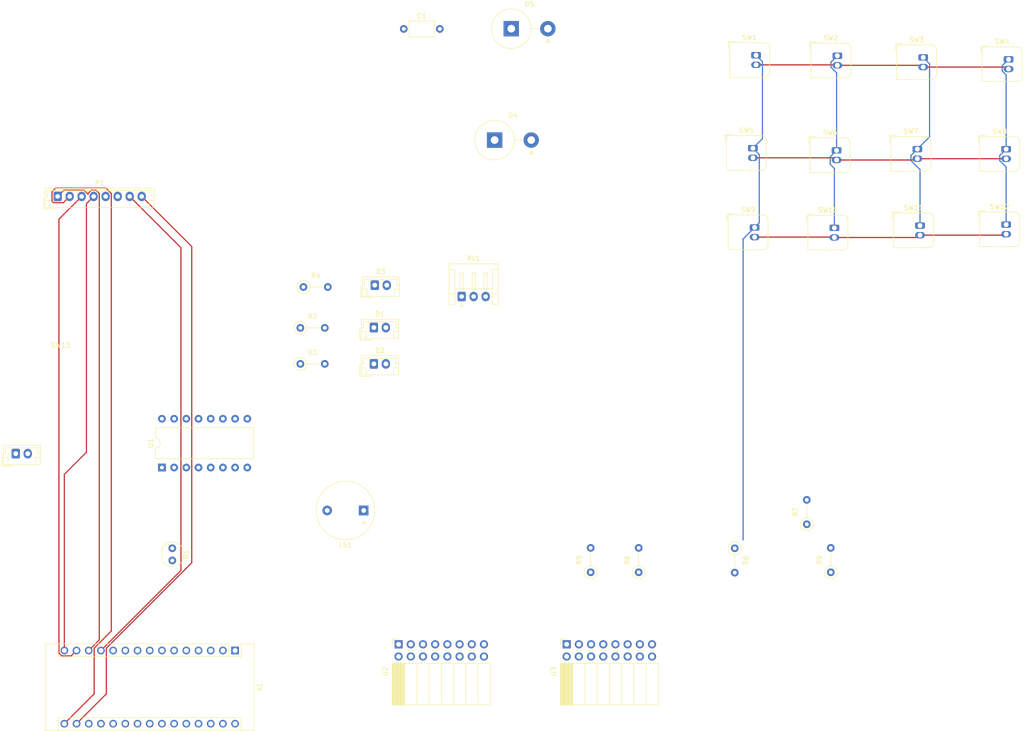
<source format=kicad_pcb>
(kicad_pcb (version 20171130) (host pcbnew "(5.1.6)-1")

  (general
    (thickness 1.6)
    (drawings 0)
    (tracks 87)
    (zones 0)
    (modules 35)
    (nets 68)
  )

  (page A4)
  (layers
    (0 F.Cu signal)
    (31 B.Cu signal)
    (32 B.Adhes user)
    (33 F.Adhes user)
    (34 B.Paste user)
    (35 F.Paste user)
    (36 B.SilkS user)
    (37 F.SilkS user)
    (38 B.Mask user)
    (39 F.Mask user)
    (40 Dwgs.User user)
    (41 Cmts.User user)
    (42 Eco1.User user)
    (43 Eco2.User user)
    (44 Edge.Cuts user)
    (45 Margin user)
    (46 B.CrtYd user)
    (47 F.CrtYd user)
    (48 B.Fab user)
    (49 F.Fab user)
  )

  (setup
    (last_trace_width 0.25)
    (trace_clearance 0.2)
    (zone_clearance 0.508)
    (zone_45_only no)
    (trace_min 0.2)
    (via_size 0.8)
    (via_drill 0.4)
    (via_min_size 0.4)
    (via_min_drill 0.3)
    (uvia_size 0.3)
    (uvia_drill 0.1)
    (uvias_allowed no)
    (uvia_min_size 0.2)
    (uvia_min_drill 0.1)
    (edge_width 0.05)
    (segment_width 0.2)
    (pcb_text_width 0.3)
    (pcb_text_size 1.5 1.5)
    (mod_edge_width 0.12)
    (mod_text_size 1 1)
    (mod_text_width 0.15)
    (pad_size 1.524 1.524)
    (pad_drill 0.762)
    (pad_to_mask_clearance 0.05)
    (aux_axis_origin 0 0)
    (visible_elements 7FFFFFFF)
    (pcbplotparams
      (layerselection 0x010fc_ffffffff)
      (usegerberextensions false)
      (usegerberattributes true)
      (usegerberadvancedattributes true)
      (creategerberjobfile true)
      (excludeedgelayer true)
      (linewidth 0.100000)
      (plotframeref false)
      (viasonmask false)
      (mode 1)
      (useauxorigin false)
      (hpglpennumber 1)
      (hpglpenspeed 20)
      (hpglpendiameter 15.000000)
      (psnegative false)
      (psa4output false)
      (plotreference true)
      (plotvalue true)
      (plotinvisibletext false)
      (padsonsilk false)
      (subtractmaskfromsilk false)
      (outputformat 1)
      (mirror false)
      (drillshape 1)
      (scaleselection 1)
      (outputdirectory ""))
  )

  (net 0 "")
  (net 1 "Net-(A1-Pad16)")
  (net 2 "Net-(A1-Pad15)")
  (net 3 "Net-(A1-Pad14)")
  (net 4 "Net-(A1-Pad29)")
  (net 5 "Net-(A1-Pad13)")
  (net 6 "Net-(A1-Pad28)")
  (net 7 "Net-(A1-Pad12)")
  (net 8 "Net-(A1-Pad27)")
  (net 9 "Net-(A1-Pad11)")
  (net 10 "Net-(A1-Pad26)")
  (net 11 "Net-(A1-Pad10)")
  (net 12 "Net-(A1-Pad25)")
  (net 13 "Net-(A1-Pad9)")
  (net 14 "Net-(A1-Pad24)")
  (net 15 "Net-(A1-Pad8)")
  (net 16 "Net-(A1-Pad23)")
  (net 17 "Net-(A1-Pad7)")
  (net 18 "Net-(A1-Pad22)")
  (net 19 "Net-(A1-Pad6)")
  (net 20 "Net-(A1-Pad21)")
  (net 21 "Net-(A1-Pad5)")
  (net 22 "Net-(A1-Pad20)")
  (net 23 "Net-(A1-Pad19)")
  (net 24 "Net-(A1-Pad3)")
  (net 25 "Net-(A1-Pad18)")
  (net 26 "Net-(A1-Pad2)")
  (net 27 "Net-(A1-Pad17)")
  (net 28 "Net-(A1-Pad1)")
  (net 29 "Net-(LS1-Pad2)")
  (net 30 "Net-(LS1-Pad1)")
  (net 31 "Net-(R1-Pad1)")
  (net 32 "Net-(U1-Pad15)")
  (net 33 GND)
  (net 34 "Net-(U1-Pad14)")
  (net 35 "Net-(U1-Pad13)")
  (net 36 "Net-(U1-Pad5)")
  (net 37 "Net-(U1-Pad12)")
  (net 38 "Net-(U1-Pad4)")
  (net 39 "Net-(U1-Pad11)")
  (net 40 "Net-(U1-Pad10)")
  (net 41 "Net-(U1-Pad9)")
  (net 42 +5V)
  (net 43 "Net-(D1-Pad2)")
  (net 44 "Net-(D2-Pad2)")
  (net 45 "Net-(D3-Pad2)")
  (net 46 "Net-(P1-Pad5)")
  (net 47 VCC)
  (net 48 "Net-(D4-Pad2)")
  (net 49 "Net-(R5-Pad1)")
  (net 50 "Net-(R6-Pad1)")
  (net 51 "Net-(R7-Pad1)")
  (net 52 "Net-(R8-Pad1)")
  (net 53 "Net-(SW1-Pad2)")
  (net 54 "Net-(SW5-Pad2)")
  (net 55 "Net-(SW10-Pad2)")
  (net 56 "Net-(U2-Pad12)")
  (net 57 "Net-(U2-Pad11)")
  (net 58 "Net-(U2-Pad10)")
  (net 59 "Net-(U2-Pad9)")
  (net 60 "Net-(U2-Pad7)")
  (net 61 "Net-(U2-Pad6)")
  (net 62 "Net-(U3-Pad15)")
  (net 63 "Net-(U3-Pad13)")
  (net 64 "Net-(U3-Pad12)")
  (net 65 "Net-(U3-Pad11)")
  (net 66 "Net-(U3-Pad10)")
  (net 67 "Net-(U3-Pad9)")

  (net_class Default "This is the default net class."
    (clearance 0.2)
    (trace_width 0.25)
    (via_dia 0.8)
    (via_drill 0.4)
    (uvia_dia 0.3)
    (uvia_drill 0.1)
    (add_net +5V)
    (add_net GND)
    (add_net "Net-(A1-Pad1)")
    (add_net "Net-(A1-Pad10)")
    (add_net "Net-(A1-Pad11)")
    (add_net "Net-(A1-Pad12)")
    (add_net "Net-(A1-Pad13)")
    (add_net "Net-(A1-Pad14)")
    (add_net "Net-(A1-Pad15)")
    (add_net "Net-(A1-Pad16)")
    (add_net "Net-(A1-Pad17)")
    (add_net "Net-(A1-Pad18)")
    (add_net "Net-(A1-Pad19)")
    (add_net "Net-(A1-Pad2)")
    (add_net "Net-(A1-Pad20)")
    (add_net "Net-(A1-Pad21)")
    (add_net "Net-(A1-Pad22)")
    (add_net "Net-(A1-Pad23)")
    (add_net "Net-(A1-Pad24)")
    (add_net "Net-(A1-Pad25)")
    (add_net "Net-(A1-Pad26)")
    (add_net "Net-(A1-Pad27)")
    (add_net "Net-(A1-Pad28)")
    (add_net "Net-(A1-Pad29)")
    (add_net "Net-(A1-Pad3)")
    (add_net "Net-(A1-Pad5)")
    (add_net "Net-(A1-Pad6)")
    (add_net "Net-(A1-Pad7)")
    (add_net "Net-(A1-Pad8)")
    (add_net "Net-(A1-Pad9)")
    (add_net "Net-(D1-Pad2)")
    (add_net "Net-(D2-Pad2)")
    (add_net "Net-(D3-Pad2)")
    (add_net "Net-(D4-Pad2)")
    (add_net "Net-(LS1-Pad1)")
    (add_net "Net-(LS1-Pad2)")
    (add_net "Net-(P1-Pad5)")
    (add_net "Net-(R1-Pad1)")
    (add_net "Net-(R5-Pad1)")
    (add_net "Net-(R6-Pad1)")
    (add_net "Net-(R7-Pad1)")
    (add_net "Net-(R8-Pad1)")
    (add_net "Net-(SW1-Pad2)")
    (add_net "Net-(SW10-Pad2)")
    (add_net "Net-(SW5-Pad2)")
    (add_net "Net-(U1-Pad10)")
    (add_net "Net-(U1-Pad11)")
    (add_net "Net-(U1-Pad12)")
    (add_net "Net-(U1-Pad13)")
    (add_net "Net-(U1-Pad14)")
    (add_net "Net-(U1-Pad15)")
    (add_net "Net-(U1-Pad4)")
    (add_net "Net-(U1-Pad5)")
    (add_net "Net-(U1-Pad9)")
    (add_net "Net-(U2-Pad10)")
    (add_net "Net-(U2-Pad11)")
    (add_net "Net-(U2-Pad12)")
    (add_net "Net-(U2-Pad6)")
    (add_net "Net-(U2-Pad7)")
    (add_net "Net-(U2-Pad9)")
    (add_net "Net-(U3-Pad10)")
    (add_net "Net-(U3-Pad11)")
    (add_net "Net-(U3-Pad12)")
    (add_net "Net-(U3-Pad13)")
    (add_net "Net-(U3-Pad15)")
    (add_net "Net-(U3-Pad9)")
    (add_net VCC)
  )

  (module Resistor_THT:R_Axial_DIN0207_L6.3mm_D2.5mm_P5.08mm_Vertical (layer F.Cu) (tedit 5AE5139B) (tstamp 5F4D9CB9)
    (at 165 140 270)
    (descr "Resistor, Axial_DIN0207 series, Axial, Vertical, pin pitch=5.08mm, 0.25W = 1/4W, length*diameter=6.3*2.5mm^2, http://cdn-reichelt.de/documents/datenblatt/B400/1_4W%23YAG.pdf")
    (tags "Resistor Axial_DIN0207 series Axial Vertical pin pitch 5.08mm 0.25W = 1/4W length 6.3mm diameter 2.5mm")
    (path /5F5662CA)
    (fp_text reference R8 (at 2.54 -2.37 90) (layer F.SilkS)
      (effects (font (size 1 1) (thickness 0.15)))
    )
    (fp_text value 10k (at 2.54 2.37 90) (layer F.Fab)
      (effects (font (size 1 1) (thickness 0.15)))
    )
    (fp_text user %R (at 2.54 -2.37 90) (layer F.Fab)
      (effects (font (size 1 1) (thickness 0.15)))
    )
    (fp_circle (center 0 0) (end 1.25 0) (layer F.Fab) (width 0.1))
    (fp_circle (center 0 0) (end 1.37 0) (layer F.SilkS) (width 0.12))
    (fp_line (start 0 0) (end 5.08 0) (layer F.Fab) (width 0.1))
    (fp_line (start 1.37 0) (end 3.98 0) (layer F.SilkS) (width 0.12))
    (fp_line (start -1.5 -1.5) (end -1.5 1.5) (layer F.CrtYd) (width 0.05))
    (fp_line (start -1.5 1.5) (end 6.13 1.5) (layer F.CrtYd) (width 0.05))
    (fp_line (start 6.13 1.5) (end 6.13 -1.5) (layer F.CrtYd) (width 0.05))
    (fp_line (start 6.13 -1.5) (end -1.5 -1.5) (layer F.CrtYd) (width 0.05))
    (pad 2 thru_hole oval (at 5.08 0 270) (size 1.6 1.6) (drill 0.8) (layers *.Cu *.Mask)
      (net 33 GND))
    (pad 1 thru_hole circle (at 0 0 270) (size 1.6 1.6) (drill 0.8) (layers *.Cu *.Mask)
      (net 52 "Net-(R8-Pad1)"))
    (model ${KISYS3DMOD}/Resistor_THT.3dshapes/R_Axial_DIN0207_L6.3mm_D2.5mm_P5.08mm_Vertical.wrl
      (at (xyz 0 0 0))
      (scale (xyz 1 1 1))
      (rotate (xyz 0 0 0))
    )
  )

  (module Connector_PinSocket_2.54mm:PinSocket_2x08_P2.54mm_Horizontal (layer F.Cu) (tedit 5A19A430) (tstamp 5F4DAA26)
    (at 130 160 90)
    (descr "Through hole angled socket strip, 2x08, 2.54mm pitch, 8.51mm socket length, double cols (from Kicad 4.0.7), script generated")
    (tags "Through hole angled socket strip THT 2x08 2.54mm double row")
    (path /5F50A884)
    (fp_text reference U3 (at -5.65 -2.77 90) (layer F.SilkS)
      (effects (font (size 1 1) (thickness 0.15)))
    )
    (fp_text value 74HC153 (at -5.65 20.55 90) (layer F.Fab)
      (effects (font (size 1 1) (thickness 0.15)))
    )
    (fp_text user %R (at -8.315 8.89) (layer F.Fab)
      (effects (font (size 1 1) (thickness 0.15)))
    )
    (fp_line (start -12.57 -1.27) (end -5.03 -1.27) (layer F.Fab) (width 0.1))
    (fp_line (start -5.03 -1.27) (end -4.06 -0.3) (layer F.Fab) (width 0.1))
    (fp_line (start -4.06 -0.3) (end -4.06 19.05) (layer F.Fab) (width 0.1))
    (fp_line (start -4.06 19.05) (end -12.57 19.05) (layer F.Fab) (width 0.1))
    (fp_line (start -12.57 19.05) (end -12.57 -1.27) (layer F.Fab) (width 0.1))
    (fp_line (start 0 -0.3) (end -4.06 -0.3) (layer F.Fab) (width 0.1))
    (fp_line (start -4.06 0.3) (end 0 0.3) (layer F.Fab) (width 0.1))
    (fp_line (start 0 0.3) (end 0 -0.3) (layer F.Fab) (width 0.1))
    (fp_line (start 0 2.24) (end -4.06 2.24) (layer F.Fab) (width 0.1))
    (fp_line (start -4.06 2.84) (end 0 2.84) (layer F.Fab) (width 0.1))
    (fp_line (start 0 2.84) (end 0 2.24) (layer F.Fab) (width 0.1))
    (fp_line (start 0 4.78) (end -4.06 4.78) (layer F.Fab) (width 0.1))
    (fp_line (start -4.06 5.38) (end 0 5.38) (layer F.Fab) (width 0.1))
    (fp_line (start 0 5.38) (end 0 4.78) (layer F.Fab) (width 0.1))
    (fp_line (start 0 7.32) (end -4.06 7.32) (layer F.Fab) (width 0.1))
    (fp_line (start -4.06 7.92) (end 0 7.92) (layer F.Fab) (width 0.1))
    (fp_line (start 0 7.92) (end 0 7.32) (layer F.Fab) (width 0.1))
    (fp_line (start 0 9.86) (end -4.06 9.86) (layer F.Fab) (width 0.1))
    (fp_line (start -4.06 10.46) (end 0 10.46) (layer F.Fab) (width 0.1))
    (fp_line (start 0 10.46) (end 0 9.86) (layer F.Fab) (width 0.1))
    (fp_line (start 0 12.4) (end -4.06 12.4) (layer F.Fab) (width 0.1))
    (fp_line (start -4.06 13) (end 0 13) (layer F.Fab) (width 0.1))
    (fp_line (start 0 13) (end 0 12.4) (layer F.Fab) (width 0.1))
    (fp_line (start 0 14.94) (end -4.06 14.94) (layer F.Fab) (width 0.1))
    (fp_line (start -4.06 15.54) (end 0 15.54) (layer F.Fab) (width 0.1))
    (fp_line (start 0 15.54) (end 0 14.94) (layer F.Fab) (width 0.1))
    (fp_line (start 0 17.48) (end -4.06 17.48) (layer F.Fab) (width 0.1))
    (fp_line (start -4.06 18.08) (end 0 18.08) (layer F.Fab) (width 0.1))
    (fp_line (start 0 18.08) (end 0 17.48) (layer F.Fab) (width 0.1))
    (fp_line (start -12.63 -1.21) (end -4 -1.21) (layer F.SilkS) (width 0.12))
    (fp_line (start -12.63 -1.091905) (end -4 -1.091905) (layer F.SilkS) (width 0.12))
    (fp_line (start -12.63 -0.97381) (end -4 -0.97381) (layer F.SilkS) (width 0.12))
    (fp_line (start -12.63 -0.855715) (end -4 -0.855715) (layer F.SilkS) (width 0.12))
    (fp_line (start -12.63 -0.73762) (end -4 -0.73762) (layer F.SilkS) (width 0.12))
    (fp_line (start -12.63 -0.619525) (end -4 -0.619525) (layer F.SilkS) (width 0.12))
    (fp_line (start -12.63 -0.50143) (end -4 -0.50143) (layer F.SilkS) (width 0.12))
    (fp_line (start -12.63 -0.383335) (end -4 -0.383335) (layer F.SilkS) (width 0.12))
    (fp_line (start -12.63 -0.26524) (end -4 -0.26524) (layer F.SilkS) (width 0.12))
    (fp_line (start -12.63 -0.147145) (end -4 -0.147145) (layer F.SilkS) (width 0.12))
    (fp_line (start -12.63 -0.02905) (end -4 -0.02905) (layer F.SilkS) (width 0.12))
    (fp_line (start -12.63 0.089045) (end -4 0.089045) (layer F.SilkS) (width 0.12))
    (fp_line (start -12.63 0.20714) (end -4 0.20714) (layer F.SilkS) (width 0.12))
    (fp_line (start -12.63 0.325235) (end -4 0.325235) (layer F.SilkS) (width 0.12))
    (fp_line (start -12.63 0.44333) (end -4 0.44333) (layer F.SilkS) (width 0.12))
    (fp_line (start -12.63 0.561425) (end -4 0.561425) (layer F.SilkS) (width 0.12))
    (fp_line (start -12.63 0.67952) (end -4 0.67952) (layer F.SilkS) (width 0.12))
    (fp_line (start -12.63 0.797615) (end -4 0.797615) (layer F.SilkS) (width 0.12))
    (fp_line (start -12.63 0.91571) (end -4 0.91571) (layer F.SilkS) (width 0.12))
    (fp_line (start -12.63 1.033805) (end -4 1.033805) (layer F.SilkS) (width 0.12))
    (fp_line (start -12.63 1.1519) (end -4 1.1519) (layer F.SilkS) (width 0.12))
    (fp_line (start -4 -0.36) (end -3.59 -0.36) (layer F.SilkS) (width 0.12))
    (fp_line (start -1.49 -0.36) (end -1.11 -0.36) (layer F.SilkS) (width 0.12))
    (fp_line (start -4 0.36) (end -3.59 0.36) (layer F.SilkS) (width 0.12))
    (fp_line (start -1.49 0.36) (end -1.11 0.36) (layer F.SilkS) (width 0.12))
    (fp_line (start -4 2.18) (end -3.59 2.18) (layer F.SilkS) (width 0.12))
    (fp_line (start -1.49 2.18) (end -1.05 2.18) (layer F.SilkS) (width 0.12))
    (fp_line (start -4 2.9) (end -3.59 2.9) (layer F.SilkS) (width 0.12))
    (fp_line (start -1.49 2.9) (end -1.05 2.9) (layer F.SilkS) (width 0.12))
    (fp_line (start -4 4.72) (end -3.59 4.72) (layer F.SilkS) (width 0.12))
    (fp_line (start -1.49 4.72) (end -1.05 4.72) (layer F.SilkS) (width 0.12))
    (fp_line (start -4 5.44) (end -3.59 5.44) (layer F.SilkS) (width 0.12))
    (fp_line (start -1.49 5.44) (end -1.05 5.44) (layer F.SilkS) (width 0.12))
    (fp_line (start -4 7.26) (end -3.59 7.26) (layer F.SilkS) (width 0.12))
    (fp_line (start -1.49 7.26) (end -1.05 7.26) (layer F.SilkS) (width 0.12))
    (fp_line (start -4 7.98) (end -3.59 7.98) (layer F.SilkS) (width 0.12))
    (fp_line (start -1.49 7.98) (end -1.05 7.98) (layer F.SilkS) (width 0.12))
    (fp_line (start -4 9.8) (end -3.59 9.8) (layer F.SilkS) (width 0.12))
    (fp_line (start -1.49 9.8) (end -1.05 9.8) (layer F.SilkS) (width 0.12))
    (fp_line (start -4 10.52) (end -3.59 10.52) (layer F.SilkS) (width 0.12))
    (fp_line (start -1.49 10.52) (end -1.05 10.52) (layer F.SilkS) (width 0.12))
    (fp_line (start -4 12.34) (end -3.59 12.34) (layer F.SilkS) (width 0.12))
    (fp_line (start -1.49 12.34) (end -1.05 12.34) (layer F.SilkS) (width 0.12))
    (fp_line (start -4 13.06) (end -3.59 13.06) (layer F.SilkS) (width 0.12))
    (fp_line (start -1.49 13.06) (end -1.05 13.06) (layer F.SilkS) (width 0.12))
    (fp_line (start -4 14.88) (end -3.59 14.88) (layer F.SilkS) (width 0.12))
    (fp_line (start -1.49 14.88) (end -1.05 14.88) (layer F.SilkS) (width 0.12))
    (fp_line (start -4 15.6) (end -3.59 15.6) (layer F.SilkS) (width 0.12))
    (fp_line (start -1.49 15.6) (end -1.05 15.6) (layer F.SilkS) (width 0.12))
    (fp_line (start -4 17.42) (end -3.59 17.42) (layer F.SilkS) (width 0.12))
    (fp_line (start -1.49 17.42) (end -1.05 17.42) (layer F.SilkS) (width 0.12))
    (fp_line (start -4 18.14) (end -3.59 18.14) (layer F.SilkS) (width 0.12))
    (fp_line (start -1.49 18.14) (end -1.05 18.14) (layer F.SilkS) (width 0.12))
    (fp_line (start -12.63 1.27) (end -4 1.27) (layer F.SilkS) (width 0.12))
    (fp_line (start -12.63 3.81) (end -4 3.81) (layer F.SilkS) (width 0.12))
    (fp_line (start -12.63 6.35) (end -4 6.35) (layer F.SilkS) (width 0.12))
    (fp_line (start -12.63 8.89) (end -4 8.89) (layer F.SilkS) (width 0.12))
    (fp_line (start -12.63 11.43) (end -4 11.43) (layer F.SilkS) (width 0.12))
    (fp_line (start -12.63 13.97) (end -4 13.97) (layer F.SilkS) (width 0.12))
    (fp_line (start -12.63 16.51) (end -4 16.51) (layer F.SilkS) (width 0.12))
    (fp_line (start -12.63 -1.33) (end -4 -1.33) (layer F.SilkS) (width 0.12))
    (fp_line (start -4 -1.33) (end -4 19.11) (layer F.SilkS) (width 0.12))
    (fp_line (start -12.63 19.11) (end -4 19.11) (layer F.SilkS) (width 0.12))
    (fp_line (start -12.63 -1.33) (end -12.63 19.11) (layer F.SilkS) (width 0.12))
    (fp_line (start 1.11 -1.33) (end 1.11 0) (layer F.SilkS) (width 0.12))
    (fp_line (start 0 -1.33) (end 1.11 -1.33) (layer F.SilkS) (width 0.12))
    (fp_line (start 1.8 -1.8) (end -13.05 -1.8) (layer F.CrtYd) (width 0.05))
    (fp_line (start -13.05 -1.8) (end -13.05 19.55) (layer F.CrtYd) (width 0.05))
    (fp_line (start -13.05 19.55) (end 1.8 19.55) (layer F.CrtYd) (width 0.05))
    (fp_line (start 1.8 19.55) (end 1.8 -1.8) (layer F.CrtYd) (width 0.05))
    (pad 16 thru_hole oval (at -2.54 17.78 90) (size 1.7 1.7) (drill 1) (layers *.Cu *.Mask)
      (net 47 VCC))
    (pad 15 thru_hole oval (at 0 17.78 90) (size 1.7 1.7) (drill 1) (layers *.Cu *.Mask)
      (net 62 "Net-(U3-Pad15)"))
    (pad 14 thru_hole oval (at -2.54 15.24 90) (size 1.7 1.7) (drill 1) (layers *.Cu *.Mask)
      (net 20 "Net-(A1-Pad21)"))
    (pad 13 thru_hole oval (at 0 15.24 90) (size 1.7 1.7) (drill 1) (layers *.Cu *.Mask)
      (net 63 "Net-(U3-Pad13)"))
    (pad 12 thru_hole oval (at -2.54 12.7 90) (size 1.7 1.7) (drill 1) (layers *.Cu *.Mask)
      (net 64 "Net-(U3-Pad12)"))
    (pad 11 thru_hole oval (at 0 12.7 90) (size 1.7 1.7) (drill 1) (layers *.Cu *.Mask)
      (net 65 "Net-(U3-Pad11)"))
    (pad 10 thru_hole oval (at -2.54 10.16 90) (size 1.7 1.7) (drill 1) (layers *.Cu *.Mask)
      (net 66 "Net-(U3-Pad10)"))
    (pad 9 thru_hole oval (at 0 10.16 90) (size 1.7 1.7) (drill 1) (layers *.Cu *.Mask)
      (net 67 "Net-(U3-Pad9)"))
    (pad 8 thru_hole oval (at -2.54 7.62 90) (size 1.7 1.7) (drill 1) (layers *.Cu *.Mask)
      (net 33 GND))
    (pad 7 thru_hole oval (at 0 7.62 90) (size 1.7 1.7) (drill 1) (layers *.Cu *.Mask)
      (net 16 "Net-(A1-Pad23)"))
    (pad 6 thru_hole oval (at -2.54 5.08 90) (size 1.7 1.7) (drill 1) (layers *.Cu *.Mask)
      (net 49 "Net-(R5-Pad1)"))
    (pad 5 thru_hole oval (at 0 5.08 90) (size 1.7 1.7) (drill 1) (layers *.Cu *.Mask)
      (net 50 "Net-(R6-Pad1)"))
    (pad 4 thru_hole oval (at -2.54 2.54 90) (size 1.7 1.7) (drill 1) (layers *.Cu *.Mask)
      (net 51 "Net-(R7-Pad1)"))
    (pad 3 thru_hole oval (at 0 2.54 90) (size 1.7 1.7) (drill 1) (layers *.Cu *.Mask)
      (net 52 "Net-(R8-Pad1)"))
    (pad 2 thru_hole oval (at -2.54 0 90) (size 1.7 1.7) (drill 1) (layers *.Cu *.Mask)
      (net 18 "Net-(A1-Pad22)"))
    (pad 1 thru_hole rect (at 0 0 90) (size 1.7 1.7) (drill 1) (layers *.Cu *.Mask)
      (net 33 GND))
    (model ${KISYS3DMOD}/Connector_PinSocket_2.54mm.3dshapes/PinSocket_2x08_P2.54mm_Horizontal.wrl
      (at (xyz 0 0 0))
      (scale (xyz 1 1 1))
      (rotate (xyz 0 0 0))
    )
  )

  (module Connector_PinSocket_2.54mm:PinSocket_2x08_P2.54mm_Horizontal (layer F.Cu) (tedit 5A19A430) (tstamp 5F4D9F3D)
    (at 95 160 90)
    (descr "Through hole angled socket strip, 2x08, 2.54mm pitch, 8.51mm socket length, double cols (from Kicad 4.0.7), script generated")
    (tags "Through hole angled socket strip THT 2x08 2.54mm double row")
    (path /5F50BD66)
    (fp_text reference U2 (at -5.65 -2.77 90) (layer F.SilkS)
      (effects (font (size 1 1) (thickness 0.15)))
    )
    (fp_text value 74HC238 (at -5.65 20.55 90) (layer F.Fab)
      (effects (font (size 1 1) (thickness 0.15)))
    )
    (fp_text user %R (at -8.315 8.89) (layer F.Fab)
      (effects (font (size 1 1) (thickness 0.15)))
    )
    (fp_line (start -12.57 -1.27) (end -5.03 -1.27) (layer F.Fab) (width 0.1))
    (fp_line (start -5.03 -1.27) (end -4.06 -0.3) (layer F.Fab) (width 0.1))
    (fp_line (start -4.06 -0.3) (end -4.06 19.05) (layer F.Fab) (width 0.1))
    (fp_line (start -4.06 19.05) (end -12.57 19.05) (layer F.Fab) (width 0.1))
    (fp_line (start -12.57 19.05) (end -12.57 -1.27) (layer F.Fab) (width 0.1))
    (fp_line (start 0 -0.3) (end -4.06 -0.3) (layer F.Fab) (width 0.1))
    (fp_line (start -4.06 0.3) (end 0 0.3) (layer F.Fab) (width 0.1))
    (fp_line (start 0 0.3) (end 0 -0.3) (layer F.Fab) (width 0.1))
    (fp_line (start 0 2.24) (end -4.06 2.24) (layer F.Fab) (width 0.1))
    (fp_line (start -4.06 2.84) (end 0 2.84) (layer F.Fab) (width 0.1))
    (fp_line (start 0 2.84) (end 0 2.24) (layer F.Fab) (width 0.1))
    (fp_line (start 0 4.78) (end -4.06 4.78) (layer F.Fab) (width 0.1))
    (fp_line (start -4.06 5.38) (end 0 5.38) (layer F.Fab) (width 0.1))
    (fp_line (start 0 5.38) (end 0 4.78) (layer F.Fab) (width 0.1))
    (fp_line (start 0 7.32) (end -4.06 7.32) (layer F.Fab) (width 0.1))
    (fp_line (start -4.06 7.92) (end 0 7.92) (layer F.Fab) (width 0.1))
    (fp_line (start 0 7.92) (end 0 7.32) (layer F.Fab) (width 0.1))
    (fp_line (start 0 9.86) (end -4.06 9.86) (layer F.Fab) (width 0.1))
    (fp_line (start -4.06 10.46) (end 0 10.46) (layer F.Fab) (width 0.1))
    (fp_line (start 0 10.46) (end 0 9.86) (layer F.Fab) (width 0.1))
    (fp_line (start 0 12.4) (end -4.06 12.4) (layer F.Fab) (width 0.1))
    (fp_line (start -4.06 13) (end 0 13) (layer F.Fab) (width 0.1))
    (fp_line (start 0 13) (end 0 12.4) (layer F.Fab) (width 0.1))
    (fp_line (start 0 14.94) (end -4.06 14.94) (layer F.Fab) (width 0.1))
    (fp_line (start -4.06 15.54) (end 0 15.54) (layer F.Fab) (width 0.1))
    (fp_line (start 0 15.54) (end 0 14.94) (layer F.Fab) (width 0.1))
    (fp_line (start 0 17.48) (end -4.06 17.48) (layer F.Fab) (width 0.1))
    (fp_line (start -4.06 18.08) (end 0 18.08) (layer F.Fab) (width 0.1))
    (fp_line (start 0 18.08) (end 0 17.48) (layer F.Fab) (width 0.1))
    (fp_line (start -12.63 -1.21) (end -4 -1.21) (layer F.SilkS) (width 0.12))
    (fp_line (start -12.63 -1.091905) (end -4 -1.091905) (layer F.SilkS) (width 0.12))
    (fp_line (start -12.63 -0.97381) (end -4 -0.97381) (layer F.SilkS) (width 0.12))
    (fp_line (start -12.63 -0.855715) (end -4 -0.855715) (layer F.SilkS) (width 0.12))
    (fp_line (start -12.63 -0.73762) (end -4 -0.73762) (layer F.SilkS) (width 0.12))
    (fp_line (start -12.63 -0.619525) (end -4 -0.619525) (layer F.SilkS) (width 0.12))
    (fp_line (start -12.63 -0.50143) (end -4 -0.50143) (layer F.SilkS) (width 0.12))
    (fp_line (start -12.63 -0.383335) (end -4 -0.383335) (layer F.SilkS) (width 0.12))
    (fp_line (start -12.63 -0.26524) (end -4 -0.26524) (layer F.SilkS) (width 0.12))
    (fp_line (start -12.63 -0.147145) (end -4 -0.147145) (layer F.SilkS) (width 0.12))
    (fp_line (start -12.63 -0.02905) (end -4 -0.02905) (layer F.SilkS) (width 0.12))
    (fp_line (start -12.63 0.089045) (end -4 0.089045) (layer F.SilkS) (width 0.12))
    (fp_line (start -12.63 0.20714) (end -4 0.20714) (layer F.SilkS) (width 0.12))
    (fp_line (start -12.63 0.325235) (end -4 0.325235) (layer F.SilkS) (width 0.12))
    (fp_line (start -12.63 0.44333) (end -4 0.44333) (layer F.SilkS) (width 0.12))
    (fp_line (start -12.63 0.561425) (end -4 0.561425) (layer F.SilkS) (width 0.12))
    (fp_line (start -12.63 0.67952) (end -4 0.67952) (layer F.SilkS) (width 0.12))
    (fp_line (start -12.63 0.797615) (end -4 0.797615) (layer F.SilkS) (width 0.12))
    (fp_line (start -12.63 0.91571) (end -4 0.91571) (layer F.SilkS) (width 0.12))
    (fp_line (start -12.63 1.033805) (end -4 1.033805) (layer F.SilkS) (width 0.12))
    (fp_line (start -12.63 1.1519) (end -4 1.1519) (layer F.SilkS) (width 0.12))
    (fp_line (start -4 -0.36) (end -3.59 -0.36) (layer F.SilkS) (width 0.12))
    (fp_line (start -1.49 -0.36) (end -1.11 -0.36) (layer F.SilkS) (width 0.12))
    (fp_line (start -4 0.36) (end -3.59 0.36) (layer F.SilkS) (width 0.12))
    (fp_line (start -1.49 0.36) (end -1.11 0.36) (layer F.SilkS) (width 0.12))
    (fp_line (start -4 2.18) (end -3.59 2.18) (layer F.SilkS) (width 0.12))
    (fp_line (start -1.49 2.18) (end -1.05 2.18) (layer F.SilkS) (width 0.12))
    (fp_line (start -4 2.9) (end -3.59 2.9) (layer F.SilkS) (width 0.12))
    (fp_line (start -1.49 2.9) (end -1.05 2.9) (layer F.SilkS) (width 0.12))
    (fp_line (start -4 4.72) (end -3.59 4.72) (layer F.SilkS) (width 0.12))
    (fp_line (start -1.49 4.72) (end -1.05 4.72) (layer F.SilkS) (width 0.12))
    (fp_line (start -4 5.44) (end -3.59 5.44) (layer F.SilkS) (width 0.12))
    (fp_line (start -1.49 5.44) (end -1.05 5.44) (layer F.SilkS) (width 0.12))
    (fp_line (start -4 7.26) (end -3.59 7.26) (layer F.SilkS) (width 0.12))
    (fp_line (start -1.49 7.26) (end -1.05 7.26) (layer F.SilkS) (width 0.12))
    (fp_line (start -4 7.98) (end -3.59 7.98) (layer F.SilkS) (width 0.12))
    (fp_line (start -1.49 7.98) (end -1.05 7.98) (layer F.SilkS) (width 0.12))
    (fp_line (start -4 9.8) (end -3.59 9.8) (layer F.SilkS) (width 0.12))
    (fp_line (start -1.49 9.8) (end -1.05 9.8) (layer F.SilkS) (width 0.12))
    (fp_line (start -4 10.52) (end -3.59 10.52) (layer F.SilkS) (width 0.12))
    (fp_line (start -1.49 10.52) (end -1.05 10.52) (layer F.SilkS) (width 0.12))
    (fp_line (start -4 12.34) (end -3.59 12.34) (layer F.SilkS) (width 0.12))
    (fp_line (start -1.49 12.34) (end -1.05 12.34) (layer F.SilkS) (width 0.12))
    (fp_line (start -4 13.06) (end -3.59 13.06) (layer F.SilkS) (width 0.12))
    (fp_line (start -1.49 13.06) (end -1.05 13.06) (layer F.SilkS) (width 0.12))
    (fp_line (start -4 14.88) (end -3.59 14.88) (layer F.SilkS) (width 0.12))
    (fp_line (start -1.49 14.88) (end -1.05 14.88) (layer F.SilkS) (width 0.12))
    (fp_line (start -4 15.6) (end -3.59 15.6) (layer F.SilkS) (width 0.12))
    (fp_line (start -1.49 15.6) (end -1.05 15.6) (layer F.SilkS) (width 0.12))
    (fp_line (start -4 17.42) (end -3.59 17.42) (layer F.SilkS) (width 0.12))
    (fp_line (start -1.49 17.42) (end -1.05 17.42) (layer F.SilkS) (width 0.12))
    (fp_line (start -4 18.14) (end -3.59 18.14) (layer F.SilkS) (width 0.12))
    (fp_line (start -1.49 18.14) (end -1.05 18.14) (layer F.SilkS) (width 0.12))
    (fp_line (start -12.63 1.27) (end -4 1.27) (layer F.SilkS) (width 0.12))
    (fp_line (start -12.63 3.81) (end -4 3.81) (layer F.SilkS) (width 0.12))
    (fp_line (start -12.63 6.35) (end -4 6.35) (layer F.SilkS) (width 0.12))
    (fp_line (start -12.63 8.89) (end -4 8.89) (layer F.SilkS) (width 0.12))
    (fp_line (start -12.63 11.43) (end -4 11.43) (layer F.SilkS) (width 0.12))
    (fp_line (start -12.63 13.97) (end -4 13.97) (layer F.SilkS) (width 0.12))
    (fp_line (start -12.63 16.51) (end -4 16.51) (layer F.SilkS) (width 0.12))
    (fp_line (start -12.63 -1.33) (end -4 -1.33) (layer F.SilkS) (width 0.12))
    (fp_line (start -4 -1.33) (end -4 19.11) (layer F.SilkS) (width 0.12))
    (fp_line (start -12.63 19.11) (end -4 19.11) (layer F.SilkS) (width 0.12))
    (fp_line (start -12.63 -1.33) (end -12.63 19.11) (layer F.SilkS) (width 0.12))
    (fp_line (start 1.11 -1.33) (end 1.11 0) (layer F.SilkS) (width 0.12))
    (fp_line (start 0 -1.33) (end 1.11 -1.33) (layer F.SilkS) (width 0.12))
    (fp_line (start 1.8 -1.8) (end -13.05 -1.8) (layer F.CrtYd) (width 0.05))
    (fp_line (start -13.05 -1.8) (end -13.05 19.55) (layer F.CrtYd) (width 0.05))
    (fp_line (start -13.05 19.55) (end 1.8 19.55) (layer F.CrtYd) (width 0.05))
    (fp_line (start 1.8 19.55) (end 1.8 -1.8) (layer F.CrtYd) (width 0.05))
    (pad 16 thru_hole oval (at -2.54 17.78 90) (size 1.7 1.7) (drill 1) (layers *.Cu *.Mask)
      (net 47 VCC))
    (pad 15 thru_hole oval (at 0 17.78 90) (size 1.7 1.7) (drill 1) (layers *.Cu *.Mask)
      (net 55 "Net-(SW10-Pad2)"))
    (pad 14 thru_hole oval (at -2.54 15.24 90) (size 1.7 1.7) (drill 1) (layers *.Cu *.Mask)
      (net 54 "Net-(SW5-Pad2)"))
    (pad 13 thru_hole oval (at 0 15.24 90) (size 1.7 1.7) (drill 1) (layers *.Cu *.Mask)
      (net 53 "Net-(SW1-Pad2)"))
    (pad 12 thru_hole oval (at -2.54 12.7 90) (size 1.7 1.7) (drill 1) (layers *.Cu *.Mask)
      (net 56 "Net-(U2-Pad12)"))
    (pad 11 thru_hole oval (at 0 12.7 90) (size 1.7 1.7) (drill 1) (layers *.Cu *.Mask)
      (net 57 "Net-(U2-Pad11)"))
    (pad 10 thru_hole oval (at -2.54 10.16 90) (size 1.7 1.7) (drill 1) (layers *.Cu *.Mask)
      (net 58 "Net-(U2-Pad10)"))
    (pad 9 thru_hole oval (at 0 10.16 90) (size 1.7 1.7) (drill 1) (layers *.Cu *.Mask)
      (net 59 "Net-(U2-Pad9)"))
    (pad 8 thru_hole oval (at -2.54 7.62 90) (size 1.7 1.7) (drill 1) (layers *.Cu *.Mask)
      (net 33 GND))
    (pad 7 thru_hole oval (at 0 7.62 90) (size 1.7 1.7) (drill 1) (layers *.Cu *.Mask)
      (net 60 "Net-(U2-Pad7)"))
    (pad 6 thru_hole oval (at -2.54 5.08 90) (size 1.7 1.7) (drill 1) (layers *.Cu *.Mask)
      (net 61 "Net-(U2-Pad6)"))
    (pad 5 thru_hole oval (at 0 5.08 90) (size 1.7 1.7) (drill 1) (layers *.Cu *.Mask)
      (net 33 GND))
    (pad 4 thru_hole oval (at -2.54 2.54 90) (size 1.7 1.7) (drill 1) (layers *.Cu *.Mask)
      (net 33 GND))
    (pad 3 thru_hole oval (at 0 2.54 90) (size 1.7 1.7) (drill 1) (layers *.Cu *.Mask)
      (net 33 GND))
    (pad 2 thru_hole oval (at -2.54 0 90) (size 1.7 1.7) (drill 1) (layers *.Cu *.Mask)
      (net 22 "Net-(A1-Pad20)"))
    (pad 1 thru_hole rect (at 0 0 90) (size 1.7 1.7) (drill 1) (layers *.Cu *.Mask)
      (net 23 "Net-(A1-Pad19)"))
    (model ${KISYS3DMOD}/Connector_PinSocket_2.54mm.3dshapes/PinSocket_2x08_P2.54mm_Horizontal.wrl
      (at (xyz 0 0 0))
      (scale (xyz 1 1 1))
      (rotate (xyz 0 0 0))
    )
  )

  (module Connector_JST:JST_EH_B2B-EH-A_1x02_P2.50mm_Vertical (layer F.Cu) (tedit 5C28142C) (tstamp 5F4D9E7F)
    (at 15.28 120.2944)
    (descr "JST EH series connector, B2B-EH-A (http://www.jst-mfg.com/product/pdf/eng/eEH.pdf), generated with kicad-footprint-generator")
    (tags "connector JST EH vertical")
    (path /5F5C31ED)
    (fp_text reference SW13 (at 9.358 -22.5552) (layer F.SilkS)
      (effects (font (size 1 1) (thickness 0.15)))
    )
    (fp_text value SW_DIP_x01 (at 1.25 3.4) (layer F.Fab)
      (effects (font (size 1 1) (thickness 0.15)))
    )
    (fp_text user %R (at 1.25 1.5) (layer F.Fab)
      (effects (font (size 1 1) (thickness 0.15)))
    )
    (fp_line (start -2.5 -1.6) (end -2.5 2.2) (layer F.Fab) (width 0.1))
    (fp_line (start -2.5 2.2) (end 5 2.2) (layer F.Fab) (width 0.1))
    (fp_line (start 5 2.2) (end 5 -1.6) (layer F.Fab) (width 0.1))
    (fp_line (start 5 -1.6) (end -2.5 -1.6) (layer F.Fab) (width 0.1))
    (fp_line (start -3 -2.1) (end -3 2.7) (layer F.CrtYd) (width 0.05))
    (fp_line (start -3 2.7) (end 5.5 2.7) (layer F.CrtYd) (width 0.05))
    (fp_line (start 5.5 2.7) (end 5.5 -2.1) (layer F.CrtYd) (width 0.05))
    (fp_line (start 5.5 -2.1) (end -3 -2.1) (layer F.CrtYd) (width 0.05))
    (fp_line (start -2.61 -1.71) (end -2.61 2.31) (layer F.SilkS) (width 0.12))
    (fp_line (start -2.61 2.31) (end 5.11 2.31) (layer F.SilkS) (width 0.12))
    (fp_line (start 5.11 2.31) (end 5.11 -1.71) (layer F.SilkS) (width 0.12))
    (fp_line (start 5.11 -1.71) (end -2.61 -1.71) (layer F.SilkS) (width 0.12))
    (fp_line (start -2.61 0) (end -2.11 0) (layer F.SilkS) (width 0.12))
    (fp_line (start -2.11 0) (end -2.11 -1.21) (layer F.SilkS) (width 0.12))
    (fp_line (start -2.11 -1.21) (end 4.61 -1.21) (layer F.SilkS) (width 0.12))
    (fp_line (start 4.61 -1.21) (end 4.61 0) (layer F.SilkS) (width 0.12))
    (fp_line (start 4.61 0) (end 5.11 0) (layer F.SilkS) (width 0.12))
    (fp_line (start -2.61 0.81) (end -1.61 0.81) (layer F.SilkS) (width 0.12))
    (fp_line (start -1.61 0.81) (end -1.61 2.31) (layer F.SilkS) (width 0.12))
    (fp_line (start 5.11 0.81) (end 4.11 0.81) (layer F.SilkS) (width 0.12))
    (fp_line (start 4.11 0.81) (end 4.11 2.31) (layer F.SilkS) (width 0.12))
    (fp_line (start -2.91 0.11) (end -2.91 2.61) (layer F.SilkS) (width 0.12))
    (fp_line (start -2.91 2.61) (end -0.41 2.61) (layer F.SilkS) (width 0.12))
    (fp_line (start -2.91 0.11) (end -2.91 2.61) (layer F.Fab) (width 0.1))
    (fp_line (start -2.91 2.61) (end -0.41 2.61) (layer F.Fab) (width 0.1))
    (pad 2 thru_hole oval (at 2.5 0) (size 1.7 2) (drill 1) (layers *.Cu *.Mask)
      (net 47 VCC))
    (pad 1 thru_hole roundrect (at 0 0) (size 1.7 2) (drill 1) (layers *.Cu *.Mask) (roundrect_rratio 0.147059)
      (net 42 +5V))
    (model ${KISYS3DMOD}/Connector_JST.3dshapes/JST_EH_B2B-EH-A_1x02_P2.50mm_Vertical.wrl
      (at (xyz 0 0 0))
      (scale (xyz 1 1 1))
      (rotate (xyz 0 0 0))
    )
  )

  (module Connector_JST:JST_JWPF_B02B-JWPF-SK-R_1x02_P2.00mm_Vertical (layer F.Cu) (tedit 5B772B89) (tstamp 5F4D9E5F)
    (at 221.5134 72.5932)
    (descr "JST JWPF series connector, B02B-JWPF-SK-R (http://www.jst-mfg.com/product/pdf/eng/eJWPF1.pdf), generated with kicad-footprint-generator")
    (tags "connector JST JWPF side entry")
    (path /5F517FE9)
    (fp_text reference SW12 (at -1.35 -3.7) (layer F.SilkS)
      (effects (font (size 1 1) (thickness 0.15)))
    )
    (fp_text value SW_Push (at -1.35 5.7) (layer F.Fab)
      (effects (font (size 1 1) (thickness 0.15)))
    )
    (fp_text user %R (at -4.7 1 90) (layer F.Fab)
      (effects (font (size 1 1) (thickness 0.15)))
    )
    (fp_arc (start 1.81 3.61) (end 2.81 3.61) (angle 90) (layer F.SilkS) (width 0.12))
    (fp_arc (start 1.81 -1.61) (end 1.81 -2.61) (angle 90) (layer F.SilkS) (width 0.12))
    (fp_arc (start 1.7 3.5) (end 2.7 3.5) (angle 90) (layer F.Fab) (width 0.1))
    (fp_arc (start 1.7 -1.5) (end 1.7 -2.5) (angle 90) (layer F.Fab) (width 0.1))
    (fp_line (start -5.9 -3) (end -5.9 5) (layer F.CrtYd) (width 0.05))
    (fp_line (start -5.9 5) (end 3.2 5) (layer F.CrtYd) (width 0.05))
    (fp_line (start 3.2 5) (end 3.2 -3) (layer F.CrtYd) (width 0.05))
    (fp_line (start 3.2 -3) (end -5.9 -3) (layer F.CrtYd) (width 0.05))
    (fp_line (start 1.7 -2.5) (end -5.4 -2.5) (layer F.Fab) (width 0.1))
    (fp_line (start -5.4 -2.5) (end -5.4 4.5) (layer F.Fab) (width 0.1))
    (fp_line (start -5.4 4.5) (end 1.7 4.5) (layer F.Fab) (width 0.1))
    (fp_line (start 2.7 -1.5) (end 2.7 3.5) (layer F.Fab) (width 0.1))
    (fp_line (start 1.81 -2.61) (end -5.51 -2.61) (layer F.SilkS) (width 0.12))
    (fp_line (start -5.51 -2.61) (end -5.51 4.61) (layer F.SilkS) (width 0.12))
    (fp_line (start -5.51 4.61) (end 1.81 4.61) (layer F.SilkS) (width 0.12))
    (fp_line (start 2.81 -1.61) (end 2.81 3.61) (layer F.SilkS) (width 0.12))
    (fp_line (start -5.75 -1.35) (end -5.75 -2.85) (layer F.SilkS) (width 0.12))
    (fp_line (start -5.75 -2.85) (end -4.25 -2.85) (layer F.SilkS) (width 0.12))
    (fp_line (start -0.375 -1.9) (end 0.375 -1.9) (layer F.Fab) (width 0.1))
    (fp_line (start 0.375 -1.9) (end 0 -1.15) (layer F.Fab) (width 0.1))
    (fp_line (start 0 -1.15) (end -0.375 -1.9) (layer F.Fab) (width 0.1))
    (pad "" np_thru_hole circle (at -1.5 4.05) (size 1.15 1.15) (drill 1.15) (layers *.Cu *.Mask))
    (pad 2 thru_hole oval (at 0 2) (size 2 1.3) (drill 1) (layers *.Cu *.Mask)
      (net 55 "Net-(SW10-Pad2)"))
    (pad 1 thru_hole roundrect (at 0 0) (size 2 1.3) (drill 1) (layers *.Cu *.Mask) (roundrect_rratio 0.192308)
      (net 49 "Net-(R5-Pad1)"))
    (model ${KISYS3DMOD}/Connector_JST.3dshapes/JST_JWPF_B02B-JWPF-SK-R_1x02_P2.00mm_Vertical.wrl
      (at (xyz 0 0 0))
      (scale (xyz 1 1 1))
      (rotate (xyz 0 0 0))
    )
  )

  (module Connector_JST:JST_JWPF_B02B-JWPF-SK-R_1x02_P2.00mm_Vertical (layer F.Cu) (tedit 5B772B89) (tstamp 5F4D9E42)
    (at 203.581 72.7964)
    (descr "JST JWPF series connector, B02B-JWPF-SK-R (http://www.jst-mfg.com/product/pdf/eng/eJWPF1.pdf), generated with kicad-footprint-generator")
    (tags "connector JST JWPF side entry")
    (path /5F51573B)
    (fp_text reference SW11 (at -1.35 -3.7) (layer F.SilkS)
      (effects (font (size 1 1) (thickness 0.15)))
    )
    (fp_text value SW_Push (at -1.35 5.7) (layer F.Fab)
      (effects (font (size 1 1) (thickness 0.15)))
    )
    (fp_text user %R (at -4.7 1 90) (layer F.Fab)
      (effects (font (size 1 1) (thickness 0.15)))
    )
    (fp_arc (start 1.81 3.61) (end 2.81 3.61) (angle 90) (layer F.SilkS) (width 0.12))
    (fp_arc (start 1.81 -1.61) (end 1.81 -2.61) (angle 90) (layer F.SilkS) (width 0.12))
    (fp_arc (start 1.7 3.5) (end 2.7 3.5) (angle 90) (layer F.Fab) (width 0.1))
    (fp_arc (start 1.7 -1.5) (end 1.7 -2.5) (angle 90) (layer F.Fab) (width 0.1))
    (fp_line (start -5.9 -3) (end -5.9 5) (layer F.CrtYd) (width 0.05))
    (fp_line (start -5.9 5) (end 3.2 5) (layer F.CrtYd) (width 0.05))
    (fp_line (start 3.2 5) (end 3.2 -3) (layer F.CrtYd) (width 0.05))
    (fp_line (start 3.2 -3) (end -5.9 -3) (layer F.CrtYd) (width 0.05))
    (fp_line (start 1.7 -2.5) (end -5.4 -2.5) (layer F.Fab) (width 0.1))
    (fp_line (start -5.4 -2.5) (end -5.4 4.5) (layer F.Fab) (width 0.1))
    (fp_line (start -5.4 4.5) (end 1.7 4.5) (layer F.Fab) (width 0.1))
    (fp_line (start 2.7 -1.5) (end 2.7 3.5) (layer F.Fab) (width 0.1))
    (fp_line (start 1.81 -2.61) (end -5.51 -2.61) (layer F.SilkS) (width 0.12))
    (fp_line (start -5.51 -2.61) (end -5.51 4.61) (layer F.SilkS) (width 0.12))
    (fp_line (start -5.51 4.61) (end 1.81 4.61) (layer F.SilkS) (width 0.12))
    (fp_line (start 2.81 -1.61) (end 2.81 3.61) (layer F.SilkS) (width 0.12))
    (fp_line (start -5.75 -1.35) (end -5.75 -2.85) (layer F.SilkS) (width 0.12))
    (fp_line (start -5.75 -2.85) (end -4.25 -2.85) (layer F.SilkS) (width 0.12))
    (fp_line (start -0.375 -1.9) (end 0.375 -1.9) (layer F.Fab) (width 0.1))
    (fp_line (start 0.375 -1.9) (end 0 -1.15) (layer F.Fab) (width 0.1))
    (fp_line (start 0 -1.15) (end -0.375 -1.9) (layer F.Fab) (width 0.1))
    (pad "" np_thru_hole circle (at -1.5 4.05) (size 1.15 1.15) (drill 1.15) (layers *.Cu *.Mask))
    (pad 2 thru_hole oval (at 0 2) (size 2 1.3) (drill 1) (layers *.Cu *.Mask)
      (net 55 "Net-(SW10-Pad2)"))
    (pad 1 thru_hole roundrect (at 0 0) (size 2 1.3) (drill 1) (layers *.Cu *.Mask) (roundrect_rratio 0.192308)
      (net 50 "Net-(R6-Pad1)"))
    (model ${KISYS3DMOD}/Connector_JST.3dshapes/JST_JWPF_B02B-JWPF-SK-R_1x02_P2.00mm_Vertical.wrl
      (at (xyz 0 0 0))
      (scale (xyz 1 1 1))
      (rotate (xyz 0 0 0))
    )
  )

  (module Connector_JST:JST_JWPF_B02B-JWPF-SK-R_1x02_P2.00mm_Vertical (layer F.Cu) (tedit 5B772B89) (tstamp 5F4D9E25)
    (at 185.7502 73.2856)
    (descr "JST JWPF series connector, B02B-JWPF-SK-R (http://www.jst-mfg.com/product/pdf/eng/eJWPF1.pdf), generated with kicad-footprint-generator")
    (tags "connector JST JWPF side entry")
    (path /5F512080)
    (fp_text reference SW10 (at -1.35 -3.7) (layer F.SilkS)
      (effects (font (size 1 1) (thickness 0.15)))
    )
    (fp_text value SW_Push (at -1.35 5.7) (layer F.Fab)
      (effects (font (size 1 1) (thickness 0.15)))
    )
    (fp_text user %R (at -4.7 1 90) (layer F.Fab)
      (effects (font (size 1 1) (thickness 0.15)))
    )
    (fp_arc (start 1.81 3.61) (end 2.81 3.61) (angle 90) (layer F.SilkS) (width 0.12))
    (fp_arc (start 1.81 -1.61) (end 1.81 -2.61) (angle 90) (layer F.SilkS) (width 0.12))
    (fp_arc (start 1.7 3.5) (end 2.7 3.5) (angle 90) (layer F.Fab) (width 0.1))
    (fp_arc (start 1.7 -1.5) (end 1.7 -2.5) (angle 90) (layer F.Fab) (width 0.1))
    (fp_line (start -5.9 -3) (end -5.9 5) (layer F.CrtYd) (width 0.05))
    (fp_line (start -5.9 5) (end 3.2 5) (layer F.CrtYd) (width 0.05))
    (fp_line (start 3.2 5) (end 3.2 -3) (layer F.CrtYd) (width 0.05))
    (fp_line (start 3.2 -3) (end -5.9 -3) (layer F.CrtYd) (width 0.05))
    (fp_line (start 1.7 -2.5) (end -5.4 -2.5) (layer F.Fab) (width 0.1))
    (fp_line (start -5.4 -2.5) (end -5.4 4.5) (layer F.Fab) (width 0.1))
    (fp_line (start -5.4 4.5) (end 1.7 4.5) (layer F.Fab) (width 0.1))
    (fp_line (start 2.7 -1.5) (end 2.7 3.5) (layer F.Fab) (width 0.1))
    (fp_line (start 1.81 -2.61) (end -5.51 -2.61) (layer F.SilkS) (width 0.12))
    (fp_line (start -5.51 -2.61) (end -5.51 4.61) (layer F.SilkS) (width 0.12))
    (fp_line (start -5.51 4.61) (end 1.81 4.61) (layer F.SilkS) (width 0.12))
    (fp_line (start 2.81 -1.61) (end 2.81 3.61) (layer F.SilkS) (width 0.12))
    (fp_line (start -5.75 -1.35) (end -5.75 -2.85) (layer F.SilkS) (width 0.12))
    (fp_line (start -5.75 -2.85) (end -4.25 -2.85) (layer F.SilkS) (width 0.12))
    (fp_line (start -0.375 -1.9) (end 0.375 -1.9) (layer F.Fab) (width 0.1))
    (fp_line (start 0.375 -1.9) (end 0 -1.15) (layer F.Fab) (width 0.1))
    (fp_line (start 0 -1.15) (end -0.375 -1.9) (layer F.Fab) (width 0.1))
    (pad "" np_thru_hole circle (at -1.5 4.05) (size 1.15 1.15) (drill 1.15) (layers *.Cu *.Mask))
    (pad 2 thru_hole oval (at 0 2) (size 2 1.3) (drill 1) (layers *.Cu *.Mask)
      (net 55 "Net-(SW10-Pad2)"))
    (pad 1 thru_hole roundrect (at 0 0) (size 2 1.3) (drill 1) (layers *.Cu *.Mask) (roundrect_rratio 0.192308)
      (net 51 "Net-(R7-Pad1)"))
    (model ${KISYS3DMOD}/Connector_JST.3dshapes/JST_JWPF_B02B-JWPF-SK-R_1x02_P2.00mm_Vertical.wrl
      (at (xyz 0 0 0))
      (scale (xyz 1 1 1))
      (rotate (xyz 0 0 0))
    )
  )

  (module Connector_JST:JST_JWPF_B02B-JWPF-SK-R_1x02_P2.00mm_Vertical (layer F.Cu) (tedit 5B772B89) (tstamp 5F4D9E08)
    (at 169.1386 73.2028)
    (descr "JST JWPF series connector, B02B-JWPF-SK-R (http://www.jst-mfg.com/product/pdf/eng/eJWPF1.pdf), generated with kicad-footprint-generator")
    (tags "connector JST JWPF side entry")
    (path /5F50F7A3)
    (fp_text reference SW9 (at -1.35 -3.7) (layer F.SilkS)
      (effects (font (size 1 1) (thickness 0.15)))
    )
    (fp_text value SW_Push (at -1.35 5.7) (layer F.Fab)
      (effects (font (size 1 1) (thickness 0.15)))
    )
    (fp_text user %R (at -4.7 1 90) (layer F.Fab)
      (effects (font (size 1 1) (thickness 0.15)))
    )
    (fp_arc (start 1.81 3.61) (end 2.81 3.61) (angle 90) (layer F.SilkS) (width 0.12))
    (fp_arc (start 1.81 -1.61) (end 1.81 -2.61) (angle 90) (layer F.SilkS) (width 0.12))
    (fp_arc (start 1.7 3.5) (end 2.7 3.5) (angle 90) (layer F.Fab) (width 0.1))
    (fp_arc (start 1.7 -1.5) (end 1.7 -2.5) (angle 90) (layer F.Fab) (width 0.1))
    (fp_line (start -5.9 -3) (end -5.9 5) (layer F.CrtYd) (width 0.05))
    (fp_line (start -5.9 5) (end 3.2 5) (layer F.CrtYd) (width 0.05))
    (fp_line (start 3.2 5) (end 3.2 -3) (layer F.CrtYd) (width 0.05))
    (fp_line (start 3.2 -3) (end -5.9 -3) (layer F.CrtYd) (width 0.05))
    (fp_line (start 1.7 -2.5) (end -5.4 -2.5) (layer F.Fab) (width 0.1))
    (fp_line (start -5.4 -2.5) (end -5.4 4.5) (layer F.Fab) (width 0.1))
    (fp_line (start -5.4 4.5) (end 1.7 4.5) (layer F.Fab) (width 0.1))
    (fp_line (start 2.7 -1.5) (end 2.7 3.5) (layer F.Fab) (width 0.1))
    (fp_line (start 1.81 -2.61) (end -5.51 -2.61) (layer F.SilkS) (width 0.12))
    (fp_line (start -5.51 -2.61) (end -5.51 4.61) (layer F.SilkS) (width 0.12))
    (fp_line (start -5.51 4.61) (end 1.81 4.61) (layer F.SilkS) (width 0.12))
    (fp_line (start 2.81 -1.61) (end 2.81 3.61) (layer F.SilkS) (width 0.12))
    (fp_line (start -5.75 -1.35) (end -5.75 -2.85) (layer F.SilkS) (width 0.12))
    (fp_line (start -5.75 -2.85) (end -4.25 -2.85) (layer F.SilkS) (width 0.12))
    (fp_line (start -0.375 -1.9) (end 0.375 -1.9) (layer F.Fab) (width 0.1))
    (fp_line (start 0.375 -1.9) (end 0 -1.15) (layer F.Fab) (width 0.1))
    (fp_line (start 0 -1.15) (end -0.375 -1.9) (layer F.Fab) (width 0.1))
    (pad "" np_thru_hole circle (at -1.5 4.05) (size 1.15 1.15) (drill 1.15) (layers *.Cu *.Mask))
    (pad 2 thru_hole oval (at 0 2) (size 2 1.3) (drill 1) (layers *.Cu *.Mask)
      (net 55 "Net-(SW10-Pad2)"))
    (pad 1 thru_hole roundrect (at 0 0) (size 2 1.3) (drill 1) (layers *.Cu *.Mask) (roundrect_rratio 0.192308)
      (net 52 "Net-(R8-Pad1)"))
    (model ${KISYS3DMOD}/Connector_JST.3dshapes/JST_JWPF_B02B-JWPF-SK-R_1x02_P2.00mm_Vertical.wrl
      (at (xyz 0 0 0))
      (scale (xyz 1 1 1))
      (rotate (xyz 0 0 0))
    )
  )

  (module Connector_JST:JST_JWPF_B02B-JWPF-SK-R_1x02_P2.00mm_Vertical (layer F.Cu) (tedit 5B772B89) (tstamp 5F4D9DEB)
    (at 221.5134 56.896)
    (descr "JST JWPF series connector, B02B-JWPF-SK-R (http://www.jst-mfg.com/product/pdf/eng/eJWPF1.pdf), generated with kicad-footprint-generator")
    (tags "connector JST JWPF side entry")
    (path /5F516E1C)
    (fp_text reference SW8 (at -1.35 -3.7) (layer F.SilkS)
      (effects (font (size 1 1) (thickness 0.15)))
    )
    (fp_text value SW_Push (at -1.35 5.7) (layer F.Fab)
      (effects (font (size 1 1) (thickness 0.15)))
    )
    (fp_text user %R (at -4.7 1 90) (layer F.Fab)
      (effects (font (size 1 1) (thickness 0.15)))
    )
    (fp_arc (start 1.81 3.61) (end 2.81 3.61) (angle 90) (layer F.SilkS) (width 0.12))
    (fp_arc (start 1.81 -1.61) (end 1.81 -2.61) (angle 90) (layer F.SilkS) (width 0.12))
    (fp_arc (start 1.7 3.5) (end 2.7 3.5) (angle 90) (layer F.Fab) (width 0.1))
    (fp_arc (start 1.7 -1.5) (end 1.7 -2.5) (angle 90) (layer F.Fab) (width 0.1))
    (fp_line (start -5.9 -3) (end -5.9 5) (layer F.CrtYd) (width 0.05))
    (fp_line (start -5.9 5) (end 3.2 5) (layer F.CrtYd) (width 0.05))
    (fp_line (start 3.2 5) (end 3.2 -3) (layer F.CrtYd) (width 0.05))
    (fp_line (start 3.2 -3) (end -5.9 -3) (layer F.CrtYd) (width 0.05))
    (fp_line (start 1.7 -2.5) (end -5.4 -2.5) (layer F.Fab) (width 0.1))
    (fp_line (start -5.4 -2.5) (end -5.4 4.5) (layer F.Fab) (width 0.1))
    (fp_line (start -5.4 4.5) (end 1.7 4.5) (layer F.Fab) (width 0.1))
    (fp_line (start 2.7 -1.5) (end 2.7 3.5) (layer F.Fab) (width 0.1))
    (fp_line (start 1.81 -2.61) (end -5.51 -2.61) (layer F.SilkS) (width 0.12))
    (fp_line (start -5.51 -2.61) (end -5.51 4.61) (layer F.SilkS) (width 0.12))
    (fp_line (start -5.51 4.61) (end 1.81 4.61) (layer F.SilkS) (width 0.12))
    (fp_line (start 2.81 -1.61) (end 2.81 3.61) (layer F.SilkS) (width 0.12))
    (fp_line (start -5.75 -1.35) (end -5.75 -2.85) (layer F.SilkS) (width 0.12))
    (fp_line (start -5.75 -2.85) (end -4.25 -2.85) (layer F.SilkS) (width 0.12))
    (fp_line (start -0.375 -1.9) (end 0.375 -1.9) (layer F.Fab) (width 0.1))
    (fp_line (start 0.375 -1.9) (end 0 -1.15) (layer F.Fab) (width 0.1))
    (fp_line (start 0 -1.15) (end -0.375 -1.9) (layer F.Fab) (width 0.1))
    (pad "" np_thru_hole circle (at -1.5 4.05) (size 1.15 1.15) (drill 1.15) (layers *.Cu *.Mask))
    (pad 2 thru_hole oval (at 0 2) (size 2 1.3) (drill 1) (layers *.Cu *.Mask)
      (net 54 "Net-(SW5-Pad2)"))
    (pad 1 thru_hole roundrect (at 0 0) (size 2 1.3) (drill 1) (layers *.Cu *.Mask) (roundrect_rratio 0.192308)
      (net 49 "Net-(R5-Pad1)"))
    (model ${KISYS3DMOD}/Connector_JST.3dshapes/JST_JWPF_B02B-JWPF-SK-R_1x02_P2.00mm_Vertical.wrl
      (at (xyz 0 0 0))
      (scale (xyz 1 1 1))
      (rotate (xyz 0 0 0))
    )
  )

  (module Connector_JST:JST_JWPF_B02B-JWPF-SK-R_1x02_P2.00mm_Vertical (layer F.Cu) (tedit 5B772B89) (tstamp 5F4D9DCE)
    (at 203.0222 56.8772)
    (descr "JST JWPF series connector, B02B-JWPF-SK-R (http://www.jst-mfg.com/product/pdf/eng/eJWPF1.pdf), generated with kicad-footprint-generator")
    (tags "connector JST JWPF side entry")
    (path /5F514010)
    (fp_text reference SW7 (at -1.35 -3.7) (layer F.SilkS)
      (effects (font (size 1 1) (thickness 0.15)))
    )
    (fp_text value SW_Push (at -1.35 5.7) (layer F.Fab)
      (effects (font (size 1 1) (thickness 0.15)))
    )
    (fp_text user %R (at -4.7 1 90) (layer F.Fab)
      (effects (font (size 1 1) (thickness 0.15)))
    )
    (fp_arc (start 1.81 3.61) (end 2.81 3.61) (angle 90) (layer F.SilkS) (width 0.12))
    (fp_arc (start 1.81 -1.61) (end 1.81 -2.61) (angle 90) (layer F.SilkS) (width 0.12))
    (fp_arc (start 1.7 3.5) (end 2.7 3.5) (angle 90) (layer F.Fab) (width 0.1))
    (fp_arc (start 1.7 -1.5) (end 1.7 -2.5) (angle 90) (layer F.Fab) (width 0.1))
    (fp_line (start -5.9 -3) (end -5.9 5) (layer F.CrtYd) (width 0.05))
    (fp_line (start -5.9 5) (end 3.2 5) (layer F.CrtYd) (width 0.05))
    (fp_line (start 3.2 5) (end 3.2 -3) (layer F.CrtYd) (width 0.05))
    (fp_line (start 3.2 -3) (end -5.9 -3) (layer F.CrtYd) (width 0.05))
    (fp_line (start 1.7 -2.5) (end -5.4 -2.5) (layer F.Fab) (width 0.1))
    (fp_line (start -5.4 -2.5) (end -5.4 4.5) (layer F.Fab) (width 0.1))
    (fp_line (start -5.4 4.5) (end 1.7 4.5) (layer F.Fab) (width 0.1))
    (fp_line (start 2.7 -1.5) (end 2.7 3.5) (layer F.Fab) (width 0.1))
    (fp_line (start 1.81 -2.61) (end -5.51 -2.61) (layer F.SilkS) (width 0.12))
    (fp_line (start -5.51 -2.61) (end -5.51 4.61) (layer F.SilkS) (width 0.12))
    (fp_line (start -5.51 4.61) (end 1.81 4.61) (layer F.SilkS) (width 0.12))
    (fp_line (start 2.81 -1.61) (end 2.81 3.61) (layer F.SilkS) (width 0.12))
    (fp_line (start -5.75 -1.35) (end -5.75 -2.85) (layer F.SilkS) (width 0.12))
    (fp_line (start -5.75 -2.85) (end -4.25 -2.85) (layer F.SilkS) (width 0.12))
    (fp_line (start -0.375 -1.9) (end 0.375 -1.9) (layer F.Fab) (width 0.1))
    (fp_line (start 0.375 -1.9) (end 0 -1.15) (layer F.Fab) (width 0.1))
    (fp_line (start 0 -1.15) (end -0.375 -1.9) (layer F.Fab) (width 0.1))
    (pad "" np_thru_hole circle (at -1.5 4.05) (size 1.15 1.15) (drill 1.15) (layers *.Cu *.Mask))
    (pad 2 thru_hole oval (at 0 2) (size 2 1.3) (drill 1) (layers *.Cu *.Mask)
      (net 54 "Net-(SW5-Pad2)"))
    (pad 1 thru_hole roundrect (at 0 0) (size 2 1.3) (drill 1) (layers *.Cu *.Mask) (roundrect_rratio 0.192308)
      (net 50 "Net-(R6-Pad1)"))
    (model ${KISYS3DMOD}/Connector_JST.3dshapes/JST_JWPF_B02B-JWPF-SK-R_1x02_P2.00mm_Vertical.wrl
      (at (xyz 0 0 0))
      (scale (xyz 1 1 1))
      (rotate (xyz 0 0 0))
    )
  )

  (module Connector_JST:JST_JWPF_B02B-JWPF-SK-R_1x02_P2.00mm_Vertical (layer F.Cu) (tedit 5B772B89) (tstamp 5F4D9DB1)
    (at 186.2074 57.15)
    (descr "JST JWPF series connector, B02B-JWPF-SK-R (http://www.jst-mfg.com/product/pdf/eng/eJWPF1.pdf), generated with kicad-footprint-generator")
    (tags "connector JST JWPF side entry")
    (path /5F511508)
    (fp_text reference SW6 (at -1.35 -3.7) (layer F.SilkS)
      (effects (font (size 1 1) (thickness 0.15)))
    )
    (fp_text value SW_Push (at -1.35 5.7) (layer F.Fab)
      (effects (font (size 1 1) (thickness 0.15)))
    )
    (fp_text user %R (at -4.7 1 90) (layer F.Fab)
      (effects (font (size 1 1) (thickness 0.15)))
    )
    (fp_arc (start 1.81 3.61) (end 2.81 3.61) (angle 90) (layer F.SilkS) (width 0.12))
    (fp_arc (start 1.81 -1.61) (end 1.81 -2.61) (angle 90) (layer F.SilkS) (width 0.12))
    (fp_arc (start 1.7 3.5) (end 2.7 3.5) (angle 90) (layer F.Fab) (width 0.1))
    (fp_arc (start 1.7 -1.5) (end 1.7 -2.5) (angle 90) (layer F.Fab) (width 0.1))
    (fp_line (start -5.9 -3) (end -5.9 5) (layer F.CrtYd) (width 0.05))
    (fp_line (start -5.9 5) (end 3.2 5) (layer F.CrtYd) (width 0.05))
    (fp_line (start 3.2 5) (end 3.2 -3) (layer F.CrtYd) (width 0.05))
    (fp_line (start 3.2 -3) (end -5.9 -3) (layer F.CrtYd) (width 0.05))
    (fp_line (start 1.7 -2.5) (end -5.4 -2.5) (layer F.Fab) (width 0.1))
    (fp_line (start -5.4 -2.5) (end -5.4 4.5) (layer F.Fab) (width 0.1))
    (fp_line (start -5.4 4.5) (end 1.7 4.5) (layer F.Fab) (width 0.1))
    (fp_line (start 2.7 -1.5) (end 2.7 3.5) (layer F.Fab) (width 0.1))
    (fp_line (start 1.81 -2.61) (end -5.51 -2.61) (layer F.SilkS) (width 0.12))
    (fp_line (start -5.51 -2.61) (end -5.51 4.61) (layer F.SilkS) (width 0.12))
    (fp_line (start -5.51 4.61) (end 1.81 4.61) (layer F.SilkS) (width 0.12))
    (fp_line (start 2.81 -1.61) (end 2.81 3.61) (layer F.SilkS) (width 0.12))
    (fp_line (start -5.75 -1.35) (end -5.75 -2.85) (layer F.SilkS) (width 0.12))
    (fp_line (start -5.75 -2.85) (end -4.25 -2.85) (layer F.SilkS) (width 0.12))
    (fp_line (start -0.375 -1.9) (end 0.375 -1.9) (layer F.Fab) (width 0.1))
    (fp_line (start 0.375 -1.9) (end 0 -1.15) (layer F.Fab) (width 0.1))
    (fp_line (start 0 -1.15) (end -0.375 -1.9) (layer F.Fab) (width 0.1))
    (pad "" np_thru_hole circle (at -1.5 4.05) (size 1.15 1.15) (drill 1.15) (layers *.Cu *.Mask))
    (pad 2 thru_hole oval (at 0 2) (size 2 1.3) (drill 1) (layers *.Cu *.Mask)
      (net 54 "Net-(SW5-Pad2)"))
    (pad 1 thru_hole roundrect (at 0 0) (size 2 1.3) (drill 1) (layers *.Cu *.Mask) (roundrect_rratio 0.192308)
      (net 51 "Net-(R7-Pad1)"))
    (model ${KISYS3DMOD}/Connector_JST.3dshapes/JST_JWPF_B02B-JWPF-SK-R_1x02_P2.00mm_Vertical.wrl
      (at (xyz 0 0 0))
      (scale (xyz 1 1 1))
      (rotate (xyz 0 0 0))
    )
  )

  (module Connector_JST:JST_JWPF_B02B-JWPF-SK-R_1x02_P2.00mm_Vertical (layer F.Cu) (tedit 5B772B89) (tstamp 5F4D9D94)
    (at 168.783 56.6928)
    (descr "JST JWPF series connector, B02B-JWPF-SK-R (http://www.jst-mfg.com/product/pdf/eng/eJWPF1.pdf), generated with kicad-footprint-generator")
    (tags "connector JST JWPF side entry")
    (path /5F50E9E8)
    (fp_text reference SW5 (at -1.35 -3.7) (layer F.SilkS)
      (effects (font (size 1 1) (thickness 0.15)))
    )
    (fp_text value SW_Push (at -1.35 5.7) (layer F.Fab)
      (effects (font (size 1 1) (thickness 0.15)))
    )
    (fp_text user %R (at -4.7 1 90) (layer F.Fab)
      (effects (font (size 1 1) (thickness 0.15)))
    )
    (fp_arc (start 1.81 3.61) (end 2.81 3.61) (angle 90) (layer F.SilkS) (width 0.12))
    (fp_arc (start 1.81 -1.61) (end 1.81 -2.61) (angle 90) (layer F.SilkS) (width 0.12))
    (fp_arc (start 1.7 3.5) (end 2.7 3.5) (angle 90) (layer F.Fab) (width 0.1))
    (fp_arc (start 1.7 -1.5) (end 1.7 -2.5) (angle 90) (layer F.Fab) (width 0.1))
    (fp_line (start -5.9 -3) (end -5.9 5) (layer F.CrtYd) (width 0.05))
    (fp_line (start -5.9 5) (end 3.2 5) (layer F.CrtYd) (width 0.05))
    (fp_line (start 3.2 5) (end 3.2 -3) (layer F.CrtYd) (width 0.05))
    (fp_line (start 3.2 -3) (end -5.9 -3) (layer F.CrtYd) (width 0.05))
    (fp_line (start 1.7 -2.5) (end -5.4 -2.5) (layer F.Fab) (width 0.1))
    (fp_line (start -5.4 -2.5) (end -5.4 4.5) (layer F.Fab) (width 0.1))
    (fp_line (start -5.4 4.5) (end 1.7 4.5) (layer F.Fab) (width 0.1))
    (fp_line (start 2.7 -1.5) (end 2.7 3.5) (layer F.Fab) (width 0.1))
    (fp_line (start 1.81 -2.61) (end -5.51 -2.61) (layer F.SilkS) (width 0.12))
    (fp_line (start -5.51 -2.61) (end -5.51 4.61) (layer F.SilkS) (width 0.12))
    (fp_line (start -5.51 4.61) (end 1.81 4.61) (layer F.SilkS) (width 0.12))
    (fp_line (start 2.81 -1.61) (end 2.81 3.61) (layer F.SilkS) (width 0.12))
    (fp_line (start -5.75 -1.35) (end -5.75 -2.85) (layer F.SilkS) (width 0.12))
    (fp_line (start -5.75 -2.85) (end -4.25 -2.85) (layer F.SilkS) (width 0.12))
    (fp_line (start -0.375 -1.9) (end 0.375 -1.9) (layer F.Fab) (width 0.1))
    (fp_line (start 0.375 -1.9) (end 0 -1.15) (layer F.Fab) (width 0.1))
    (fp_line (start 0 -1.15) (end -0.375 -1.9) (layer F.Fab) (width 0.1))
    (pad "" np_thru_hole circle (at -1.5 4.05) (size 1.15 1.15) (drill 1.15) (layers *.Cu *.Mask))
    (pad 2 thru_hole oval (at 0 2) (size 2 1.3) (drill 1) (layers *.Cu *.Mask)
      (net 54 "Net-(SW5-Pad2)"))
    (pad 1 thru_hole roundrect (at 0 0) (size 2 1.3) (drill 1) (layers *.Cu *.Mask) (roundrect_rratio 0.192308)
      (net 52 "Net-(R8-Pad1)"))
    (model ${KISYS3DMOD}/Connector_JST.3dshapes/JST_JWPF_B02B-JWPF-SK-R_1x02_P2.00mm_Vertical.wrl
      (at (xyz 0 0 0))
      (scale (xyz 1 1 1))
      (rotate (xyz 0 0 0))
    )
  )

  (module Connector_JST:JST_JWPF_B02B-JWPF-SK-R_1x02_P2.00mm_Vertical (layer F.Cu) (tedit 5B772B89) (tstamp 5F4D9D77)
    (at 222.0214 38.2016)
    (descr "JST JWPF series connector, B02B-JWPF-SK-R (http://www.jst-mfg.com/product/pdf/eng/eJWPF1.pdf), generated with kicad-footprint-generator")
    (tags "connector JST JWPF side entry")
    (path /5F51630E)
    (fp_text reference SW4 (at -1.35 -3.7) (layer F.SilkS)
      (effects (font (size 1 1) (thickness 0.15)))
    )
    (fp_text value SW_Push (at -1.35 5.7) (layer F.Fab)
      (effects (font (size 1 1) (thickness 0.15)))
    )
    (fp_text user %R (at -4.7 1 90) (layer F.Fab)
      (effects (font (size 1 1) (thickness 0.15)))
    )
    (fp_arc (start 1.81 3.61) (end 2.81 3.61) (angle 90) (layer F.SilkS) (width 0.12))
    (fp_arc (start 1.81 -1.61) (end 1.81 -2.61) (angle 90) (layer F.SilkS) (width 0.12))
    (fp_arc (start 1.7 3.5) (end 2.7 3.5) (angle 90) (layer F.Fab) (width 0.1))
    (fp_arc (start 1.7 -1.5) (end 1.7 -2.5) (angle 90) (layer F.Fab) (width 0.1))
    (fp_line (start -5.9 -3) (end -5.9 5) (layer F.CrtYd) (width 0.05))
    (fp_line (start -5.9 5) (end 3.2 5) (layer F.CrtYd) (width 0.05))
    (fp_line (start 3.2 5) (end 3.2 -3) (layer F.CrtYd) (width 0.05))
    (fp_line (start 3.2 -3) (end -5.9 -3) (layer F.CrtYd) (width 0.05))
    (fp_line (start 1.7 -2.5) (end -5.4 -2.5) (layer F.Fab) (width 0.1))
    (fp_line (start -5.4 -2.5) (end -5.4 4.5) (layer F.Fab) (width 0.1))
    (fp_line (start -5.4 4.5) (end 1.7 4.5) (layer F.Fab) (width 0.1))
    (fp_line (start 2.7 -1.5) (end 2.7 3.5) (layer F.Fab) (width 0.1))
    (fp_line (start 1.81 -2.61) (end -5.51 -2.61) (layer F.SilkS) (width 0.12))
    (fp_line (start -5.51 -2.61) (end -5.51 4.61) (layer F.SilkS) (width 0.12))
    (fp_line (start -5.51 4.61) (end 1.81 4.61) (layer F.SilkS) (width 0.12))
    (fp_line (start 2.81 -1.61) (end 2.81 3.61) (layer F.SilkS) (width 0.12))
    (fp_line (start -5.75 -1.35) (end -5.75 -2.85) (layer F.SilkS) (width 0.12))
    (fp_line (start -5.75 -2.85) (end -4.25 -2.85) (layer F.SilkS) (width 0.12))
    (fp_line (start -0.375 -1.9) (end 0.375 -1.9) (layer F.Fab) (width 0.1))
    (fp_line (start 0.375 -1.9) (end 0 -1.15) (layer F.Fab) (width 0.1))
    (fp_line (start 0 -1.15) (end -0.375 -1.9) (layer F.Fab) (width 0.1))
    (pad "" np_thru_hole circle (at -1.5 4.05) (size 1.15 1.15) (drill 1.15) (layers *.Cu *.Mask))
    (pad 2 thru_hole oval (at 0 2) (size 2 1.3) (drill 1) (layers *.Cu *.Mask)
      (net 53 "Net-(SW1-Pad2)"))
    (pad 1 thru_hole roundrect (at 0 0) (size 2 1.3) (drill 1) (layers *.Cu *.Mask) (roundrect_rratio 0.192308)
      (net 49 "Net-(R5-Pad1)"))
    (model ${KISYS3DMOD}/Connector_JST.3dshapes/JST_JWPF_B02B-JWPF-SK-R_1x02_P2.00mm_Vertical.wrl
      (at (xyz 0 0 0))
      (scale (xyz 1 1 1))
      (rotate (xyz 0 0 0))
    )
  )

  (module Connector_JST:JST_JWPF_B02B-JWPF-SK-R_1x02_P2.00mm_Vertical (layer F.Cu) (tedit 5B772B89) (tstamp 5F4D9D5A)
    (at 204.2414 37.7952)
    (descr "JST JWPF series connector, B02B-JWPF-SK-R (http://www.jst-mfg.com/product/pdf/eng/eJWPF1.pdf), generated with kicad-footprint-generator")
    (tags "connector JST JWPF side entry")
    (path /5F513562)
    (fp_text reference SW3 (at -1.35 -3.7) (layer F.SilkS)
      (effects (font (size 1 1) (thickness 0.15)))
    )
    (fp_text value SW_Push (at -1.35 5.7) (layer F.Fab)
      (effects (font (size 1 1) (thickness 0.15)))
    )
    (fp_text user %R (at -4.7 1 90) (layer F.Fab)
      (effects (font (size 1 1) (thickness 0.15)))
    )
    (fp_arc (start 1.81 3.61) (end 2.81 3.61) (angle 90) (layer F.SilkS) (width 0.12))
    (fp_arc (start 1.81 -1.61) (end 1.81 -2.61) (angle 90) (layer F.SilkS) (width 0.12))
    (fp_arc (start 1.7 3.5) (end 2.7 3.5) (angle 90) (layer F.Fab) (width 0.1))
    (fp_arc (start 1.7 -1.5) (end 1.7 -2.5) (angle 90) (layer F.Fab) (width 0.1))
    (fp_line (start -5.9 -3) (end -5.9 5) (layer F.CrtYd) (width 0.05))
    (fp_line (start -5.9 5) (end 3.2 5) (layer F.CrtYd) (width 0.05))
    (fp_line (start 3.2 5) (end 3.2 -3) (layer F.CrtYd) (width 0.05))
    (fp_line (start 3.2 -3) (end -5.9 -3) (layer F.CrtYd) (width 0.05))
    (fp_line (start 1.7 -2.5) (end -5.4 -2.5) (layer F.Fab) (width 0.1))
    (fp_line (start -5.4 -2.5) (end -5.4 4.5) (layer F.Fab) (width 0.1))
    (fp_line (start -5.4 4.5) (end 1.7 4.5) (layer F.Fab) (width 0.1))
    (fp_line (start 2.7 -1.5) (end 2.7 3.5) (layer F.Fab) (width 0.1))
    (fp_line (start 1.81 -2.61) (end -5.51 -2.61) (layer F.SilkS) (width 0.12))
    (fp_line (start -5.51 -2.61) (end -5.51 4.61) (layer F.SilkS) (width 0.12))
    (fp_line (start -5.51 4.61) (end 1.81 4.61) (layer F.SilkS) (width 0.12))
    (fp_line (start 2.81 -1.61) (end 2.81 3.61) (layer F.SilkS) (width 0.12))
    (fp_line (start -5.75 -1.35) (end -5.75 -2.85) (layer F.SilkS) (width 0.12))
    (fp_line (start -5.75 -2.85) (end -4.25 -2.85) (layer F.SilkS) (width 0.12))
    (fp_line (start -0.375 -1.9) (end 0.375 -1.9) (layer F.Fab) (width 0.1))
    (fp_line (start 0.375 -1.9) (end 0 -1.15) (layer F.Fab) (width 0.1))
    (fp_line (start 0 -1.15) (end -0.375 -1.9) (layer F.Fab) (width 0.1))
    (pad "" np_thru_hole circle (at -1.5 4.05) (size 1.15 1.15) (drill 1.15) (layers *.Cu *.Mask))
    (pad 2 thru_hole oval (at 0 2) (size 2 1.3) (drill 1) (layers *.Cu *.Mask)
      (net 53 "Net-(SW1-Pad2)"))
    (pad 1 thru_hole roundrect (at 0 0) (size 2 1.3) (drill 1) (layers *.Cu *.Mask) (roundrect_rratio 0.192308)
      (net 50 "Net-(R6-Pad1)"))
    (model ${KISYS3DMOD}/Connector_JST.3dshapes/JST_JWPF_B02B-JWPF-SK-R_1x02_P2.00mm_Vertical.wrl
      (at (xyz 0 0 0))
      (scale (xyz 1 1 1))
      (rotate (xyz 0 0 0))
    )
  )

  (module Connector_JST:JST_JWPF_B02B-JWPF-SK-R_1x02_P2.00mm_Vertical (layer F.Cu) (tedit 5B772B89) (tstamp 5F4D9D3D)
    (at 186.3598 37.4396)
    (descr "JST JWPF series connector, B02B-JWPF-SK-R (http://www.jst-mfg.com/product/pdf/eng/eJWPF1.pdf), generated with kicad-footprint-generator")
    (tags "connector JST JWPF side entry")
    (path /5F5102C8)
    (fp_text reference SW2 (at -1.35 -3.7) (layer F.SilkS)
      (effects (font (size 1 1) (thickness 0.15)))
    )
    (fp_text value SW_Push (at -1.35 5.7) (layer F.Fab)
      (effects (font (size 1 1) (thickness 0.15)))
    )
    (fp_text user %R (at -4.7 1 90) (layer F.Fab)
      (effects (font (size 1 1) (thickness 0.15)))
    )
    (fp_arc (start 1.81 3.61) (end 2.81 3.61) (angle 90) (layer F.SilkS) (width 0.12))
    (fp_arc (start 1.81 -1.61) (end 1.81 -2.61) (angle 90) (layer F.SilkS) (width 0.12))
    (fp_arc (start 1.7 3.5) (end 2.7 3.5) (angle 90) (layer F.Fab) (width 0.1))
    (fp_arc (start 1.7 -1.5) (end 1.7 -2.5) (angle 90) (layer F.Fab) (width 0.1))
    (fp_line (start -5.9 -3) (end -5.9 5) (layer F.CrtYd) (width 0.05))
    (fp_line (start -5.9 5) (end 3.2 5) (layer F.CrtYd) (width 0.05))
    (fp_line (start 3.2 5) (end 3.2 -3) (layer F.CrtYd) (width 0.05))
    (fp_line (start 3.2 -3) (end -5.9 -3) (layer F.CrtYd) (width 0.05))
    (fp_line (start 1.7 -2.5) (end -5.4 -2.5) (layer F.Fab) (width 0.1))
    (fp_line (start -5.4 -2.5) (end -5.4 4.5) (layer F.Fab) (width 0.1))
    (fp_line (start -5.4 4.5) (end 1.7 4.5) (layer F.Fab) (width 0.1))
    (fp_line (start 2.7 -1.5) (end 2.7 3.5) (layer F.Fab) (width 0.1))
    (fp_line (start 1.81 -2.61) (end -5.51 -2.61) (layer F.SilkS) (width 0.12))
    (fp_line (start -5.51 -2.61) (end -5.51 4.61) (layer F.SilkS) (width 0.12))
    (fp_line (start -5.51 4.61) (end 1.81 4.61) (layer F.SilkS) (width 0.12))
    (fp_line (start 2.81 -1.61) (end 2.81 3.61) (layer F.SilkS) (width 0.12))
    (fp_line (start -5.75 -1.35) (end -5.75 -2.85) (layer F.SilkS) (width 0.12))
    (fp_line (start -5.75 -2.85) (end -4.25 -2.85) (layer F.SilkS) (width 0.12))
    (fp_line (start -0.375 -1.9) (end 0.375 -1.9) (layer F.Fab) (width 0.1))
    (fp_line (start 0.375 -1.9) (end 0 -1.15) (layer F.Fab) (width 0.1))
    (fp_line (start 0 -1.15) (end -0.375 -1.9) (layer F.Fab) (width 0.1))
    (pad "" np_thru_hole circle (at -1.5 4.05) (size 1.15 1.15) (drill 1.15) (layers *.Cu *.Mask))
    (pad 2 thru_hole oval (at 0 2) (size 2 1.3) (drill 1) (layers *.Cu *.Mask)
      (net 53 "Net-(SW1-Pad2)"))
    (pad 1 thru_hole roundrect (at 0 0) (size 2 1.3) (drill 1) (layers *.Cu *.Mask) (roundrect_rratio 0.192308)
      (net 51 "Net-(R7-Pad1)"))
    (model ${KISYS3DMOD}/Connector_JST.3dshapes/JST_JWPF_B02B-JWPF-SK-R_1x02_P2.00mm_Vertical.wrl
      (at (xyz 0 0 0))
      (scale (xyz 1 1 1))
      (rotate (xyz 0 0 0))
    )
  )

  (module Connector_JST:JST_JWPF_B02B-JWPF-SK-R_1x02_P2.00mm_Vertical (layer F.Cu) (tedit 5B772B89) (tstamp 5F4D9D20)
    (at 169.4434 37.338)
    (descr "JST JWPF series connector, B02B-JWPF-SK-R (http://www.jst-mfg.com/product/pdf/eng/eJWPF1.pdf), generated with kicad-footprint-generator")
    (tags "connector JST JWPF side entry")
    (path /5F50D67E)
    (fp_text reference SW1 (at -1.35 -3.7) (layer F.SilkS)
      (effects (font (size 1 1) (thickness 0.15)))
    )
    (fp_text value SW_Push (at -1.35 5.7) (layer F.Fab)
      (effects (font (size 1 1) (thickness 0.15)))
    )
    (fp_text user %R (at -4.7 1 90) (layer F.Fab)
      (effects (font (size 1 1) (thickness 0.15)))
    )
    (fp_arc (start 1.81 3.61) (end 2.81 3.61) (angle 90) (layer F.SilkS) (width 0.12))
    (fp_arc (start 1.81 -1.61) (end 1.81 -2.61) (angle 90) (layer F.SilkS) (width 0.12))
    (fp_arc (start 1.7 3.5) (end 2.7 3.5) (angle 90) (layer F.Fab) (width 0.1))
    (fp_arc (start 1.7 -1.5) (end 1.7 -2.5) (angle 90) (layer F.Fab) (width 0.1))
    (fp_line (start -5.9 -3) (end -5.9 5) (layer F.CrtYd) (width 0.05))
    (fp_line (start -5.9 5) (end 3.2 5) (layer F.CrtYd) (width 0.05))
    (fp_line (start 3.2 5) (end 3.2 -3) (layer F.CrtYd) (width 0.05))
    (fp_line (start 3.2 -3) (end -5.9 -3) (layer F.CrtYd) (width 0.05))
    (fp_line (start 1.7 -2.5) (end -5.4 -2.5) (layer F.Fab) (width 0.1))
    (fp_line (start -5.4 -2.5) (end -5.4 4.5) (layer F.Fab) (width 0.1))
    (fp_line (start -5.4 4.5) (end 1.7 4.5) (layer F.Fab) (width 0.1))
    (fp_line (start 2.7 -1.5) (end 2.7 3.5) (layer F.Fab) (width 0.1))
    (fp_line (start 1.81 -2.61) (end -5.51 -2.61) (layer F.SilkS) (width 0.12))
    (fp_line (start -5.51 -2.61) (end -5.51 4.61) (layer F.SilkS) (width 0.12))
    (fp_line (start -5.51 4.61) (end 1.81 4.61) (layer F.SilkS) (width 0.12))
    (fp_line (start 2.81 -1.61) (end 2.81 3.61) (layer F.SilkS) (width 0.12))
    (fp_line (start -5.75 -1.35) (end -5.75 -2.85) (layer F.SilkS) (width 0.12))
    (fp_line (start -5.75 -2.85) (end -4.25 -2.85) (layer F.SilkS) (width 0.12))
    (fp_line (start -0.375 -1.9) (end 0.375 -1.9) (layer F.Fab) (width 0.1))
    (fp_line (start 0.375 -1.9) (end 0 -1.15) (layer F.Fab) (width 0.1))
    (fp_line (start 0 -1.15) (end -0.375 -1.9) (layer F.Fab) (width 0.1))
    (pad "" np_thru_hole circle (at -1.5 4.05) (size 1.15 1.15) (drill 1.15) (layers *.Cu *.Mask))
    (pad 2 thru_hole oval (at 0 2) (size 2 1.3) (drill 1) (layers *.Cu *.Mask)
      (net 53 "Net-(SW1-Pad2)"))
    (pad 1 thru_hole roundrect (at 0 0) (size 2 1.3) (drill 1) (layers *.Cu *.Mask) (roundrect_rratio 0.192308)
      (net 52 "Net-(R8-Pad1)"))
    (model ${KISYS3DMOD}/Connector_JST.3dshapes/JST_JWPF_B02B-JWPF-SK-R_1x02_P2.00mm_Vertical.wrl
      (at (xyz 0 0 0))
      (scale (xyz 1 1 1))
      (rotate (xyz 0 0 0))
    )
  )

  (module Connector_JST:JST_EH_S3B-EH_1x03_P2.50mm_Horizontal (layer F.Cu) (tedit 5C281425) (tstamp 5F4D9D03)
    (at 108.1278 87.5792)
    (descr "JST EH series connector, S3B-EH (http://www.jst-mfg.com/product/pdf/eng/eEH.pdf), generated with kicad-footprint-generator")
    (tags "connector JST EH horizontal")
    (path /5F5335CB)
    (fp_text reference RV1 (at 2.5 -7.9) (layer F.SilkS)
      (effects (font (size 1 1) (thickness 0.15)))
    )
    (fp_text value R_POT_US (at 2.5 2.7) (layer F.Fab)
      (effects (font (size 1 1) (thickness 0.15)))
    )
    (fp_text user %R (at 2.5 -2.6) (layer F.Fab)
      (effects (font (size 1 1) (thickness 0.15)))
    )
    (fp_line (start -1.5 -0.7) (end -1.5 1.5) (layer F.Fab) (width 0.1))
    (fp_line (start -1.5 1.5) (end -2.5 1.5) (layer F.Fab) (width 0.1))
    (fp_line (start -2.5 1.5) (end -2.5 -6.7) (layer F.Fab) (width 0.1))
    (fp_line (start -2.5 -6.7) (end 7.5 -6.7) (layer F.Fab) (width 0.1))
    (fp_line (start 7.5 -6.7) (end 7.5 1.5) (layer F.Fab) (width 0.1))
    (fp_line (start 7.5 1.5) (end 6.5 1.5) (layer F.Fab) (width 0.1))
    (fp_line (start 6.5 1.5) (end 6.5 -0.7) (layer F.Fab) (width 0.1))
    (fp_line (start 6.5 -0.7) (end -1.5 -0.7) (layer F.Fab) (width 0.1))
    (fp_line (start -3 -7.2) (end -3 2) (layer F.CrtYd) (width 0.05))
    (fp_line (start -3 2) (end 8 2) (layer F.CrtYd) (width 0.05))
    (fp_line (start 8 2) (end 8 -7.2) (layer F.CrtYd) (width 0.05))
    (fp_line (start 8 -7.2) (end -3 -7.2) (layer F.CrtYd) (width 0.05))
    (fp_line (start -1.39 -0.59) (end -1.39 1.61) (layer F.SilkS) (width 0.12))
    (fp_line (start -1.39 1.61) (end -2.61 1.61) (layer F.SilkS) (width 0.12))
    (fp_line (start -2.61 1.61) (end -2.61 -6.81) (layer F.SilkS) (width 0.12))
    (fp_line (start -2.61 -6.81) (end 7.61 -6.81) (layer F.SilkS) (width 0.12))
    (fp_line (start 7.61 -6.81) (end 7.61 1.61) (layer F.SilkS) (width 0.12))
    (fp_line (start 7.61 1.61) (end 6.39 1.61) (layer F.SilkS) (width 0.12))
    (fp_line (start 6.39 1.61) (end 6.39 -0.59) (layer F.SilkS) (width 0.12))
    (fp_line (start -2.61 -5.59) (end -1.39 -5.59) (layer F.SilkS) (width 0.12))
    (fp_line (start -1.39 -5.59) (end -1.39 -0.59) (layer F.SilkS) (width 0.12))
    (fp_line (start -1.39 -0.59) (end -2.61 -0.59) (layer F.SilkS) (width 0.12))
    (fp_line (start 7.61 -5.59) (end 6.39 -5.59) (layer F.SilkS) (width 0.12))
    (fp_line (start 6.39 -5.59) (end 6.39 -0.59) (layer F.SilkS) (width 0.12))
    (fp_line (start 6.39 -0.59) (end 7.61 -0.59) (layer F.SilkS) (width 0.12))
    (fp_line (start -1.39 -1.59) (end 6.39 -1.59) (layer F.SilkS) (width 0.12))
    (fp_line (start 0 -1.59) (end -0.32 -1.59) (layer F.SilkS) (width 0.12))
    (fp_line (start -0.32 -1.59) (end -0.32 -5.01) (layer F.SilkS) (width 0.12))
    (fp_line (start -0.32 -5.01) (end 0 -5.09) (layer F.SilkS) (width 0.12))
    (fp_line (start 0 -5.09) (end 0.32 -5.01) (layer F.SilkS) (width 0.12))
    (fp_line (start 0.32 -5.01) (end 0.32 -1.59) (layer F.SilkS) (width 0.12))
    (fp_line (start 0.32 -1.59) (end 0 -1.59) (layer F.SilkS) (width 0.12))
    (fp_line (start 1.17 -0.59) (end 1.33 -0.59) (layer F.SilkS) (width 0.12))
    (fp_line (start 2.5 -1.59) (end 2.18 -1.59) (layer F.SilkS) (width 0.12))
    (fp_line (start 2.18 -1.59) (end 2.18 -5.01) (layer F.SilkS) (width 0.12))
    (fp_line (start 2.18 -5.01) (end 2.5 -5.09) (layer F.SilkS) (width 0.12))
    (fp_line (start 2.5 -5.09) (end 2.82 -5.01) (layer F.SilkS) (width 0.12))
    (fp_line (start 2.82 -5.01) (end 2.82 -1.59) (layer F.SilkS) (width 0.12))
    (fp_line (start 2.82 -1.59) (end 2.5 -1.59) (layer F.SilkS) (width 0.12))
    (fp_line (start 3.67 -0.59) (end 3.83 -0.59) (layer F.SilkS) (width 0.12))
    (fp_line (start 5 -1.59) (end 4.68 -1.59) (layer F.SilkS) (width 0.12))
    (fp_line (start 4.68 -1.59) (end 4.68 -5.01) (layer F.SilkS) (width 0.12))
    (fp_line (start 4.68 -5.01) (end 5 -5.09) (layer F.SilkS) (width 0.12))
    (fp_line (start 5 -5.09) (end 5.32 -5.01) (layer F.SilkS) (width 0.12))
    (fp_line (start 5.32 -5.01) (end 5.32 -1.59) (layer F.SilkS) (width 0.12))
    (fp_line (start 5.32 -1.59) (end 5 -1.59) (layer F.SilkS) (width 0.12))
    (fp_line (start 0 1.5) (end -0.3 2.1) (layer F.SilkS) (width 0.12))
    (fp_line (start -0.3 2.1) (end 0.3 2.1) (layer F.SilkS) (width 0.12))
    (fp_line (start 0.3 2.1) (end 0 1.5) (layer F.SilkS) (width 0.12))
    (fp_line (start -0.5 -0.7) (end 0 -1.407107) (layer F.Fab) (width 0.1))
    (fp_line (start 0 -1.407107) (end 0.5 -0.7) (layer F.Fab) (width 0.1))
    (pad 3 thru_hole oval (at 5 0) (size 1.7 1.95) (drill 0.95) (layers *.Cu *.Mask)
      (net 47 VCC))
    (pad 2 thru_hole oval (at 2.5 0) (size 1.7 1.95) (drill 0.95) (layers *.Cu *.Mask)
      (net 10 "Net-(A1-Pad26)"))
    (pad 1 thru_hole roundrect (at 0 0) (size 1.7 1.95) (drill 0.95) (layers *.Cu *.Mask) (roundrect_rratio 0.147059)
      (net 33 GND))
    (model ${KISYS3DMOD}/Connector_JST.3dshapes/JST_EH_S3B-EH_1x03_P2.50mm_Horizontal.wrl
      (at (xyz 0 0 0))
      (scale (xyz 1 1 1))
      (rotate (xyz 0 0 0))
    )
  )

  (module Resistor_THT:R_Axial_DIN0207_L6.3mm_D2.5mm_P5.08mm_Vertical (layer F.Cu) (tedit 5AE5139B) (tstamp 5F4D9CC8)
    (at 185 145 90)
    (descr "Resistor, Axial_DIN0207 series, Axial, Vertical, pin pitch=5.08mm, 0.25W = 1/4W, length*diameter=6.3*2.5mm^2, http://cdn-reichelt.de/documents/datenblatt/B400/1_4W%23YAG.pdf")
    (tags "Resistor Axial_DIN0207 series Axial Vertical pin pitch 5.08mm 0.25W = 1/4W length 6.3mm diameter 2.5mm")
    (path /5F566CFC)
    (fp_text reference R9 (at 2.54 -2.37 90) (layer F.SilkS)
      (effects (font (size 1 1) (thickness 0.15)))
    )
    (fp_text value 10k (at 2.54 2.37 90) (layer F.Fab)
      (effects (font (size 1 1) (thickness 0.15)))
    )
    (fp_text user %R (at 2.54 -2.37 90) (layer F.Fab)
      (effects (font (size 1 1) (thickness 0.15)))
    )
    (fp_circle (center 0 0) (end 1.25 0) (layer F.Fab) (width 0.1))
    (fp_circle (center 0 0) (end 1.37 0) (layer F.SilkS) (width 0.12))
    (fp_line (start 0 0) (end 5.08 0) (layer F.Fab) (width 0.1))
    (fp_line (start 1.37 0) (end 3.98 0) (layer F.SilkS) (width 0.12))
    (fp_line (start -1.5 -1.5) (end -1.5 1.5) (layer F.CrtYd) (width 0.05))
    (fp_line (start -1.5 1.5) (end 6.13 1.5) (layer F.CrtYd) (width 0.05))
    (fp_line (start 6.13 1.5) (end 6.13 -1.5) (layer F.CrtYd) (width 0.05))
    (fp_line (start 6.13 -1.5) (end -1.5 -1.5) (layer F.CrtYd) (width 0.05))
    (pad 2 thru_hole oval (at 5.08 0 90) (size 1.6 1.6) (drill 0.8) (layers *.Cu *.Mask)
      (net 33 GND))
    (pad 1 thru_hole circle (at 0 0 90) (size 1.6 1.6) (drill 0.8) (layers *.Cu *.Mask)
      (net 16 "Net-(A1-Pad23)"))
    (model ${KISYS3DMOD}/Resistor_THT.3dshapes/R_Axial_DIN0207_L6.3mm_D2.5mm_P5.08mm_Vertical.wrl
      (at (xyz 0 0 0))
      (scale (xyz 1 1 1))
      (rotate (xyz 0 0 0))
    )
  )

  (module Resistor_THT:R_Axial_DIN0207_L6.3mm_D2.5mm_P5.08mm_Vertical (layer F.Cu) (tedit 5AE5139B) (tstamp 5F4D9CAA)
    (at 180 135 90)
    (descr "Resistor, Axial_DIN0207 series, Axial, Vertical, pin pitch=5.08mm, 0.25W = 1/4W, length*diameter=6.3*2.5mm^2, http://cdn-reichelt.de/documents/datenblatt/B400/1_4W%23YAG.pdf")
    (tags "Resistor Axial_DIN0207 series Axial Vertical pin pitch 5.08mm 0.25W = 1/4W length 6.3mm diameter 2.5mm")
    (path /5F5657EC)
    (fp_text reference R7 (at 2.54 -2.37 90) (layer F.SilkS)
      (effects (font (size 1 1) (thickness 0.15)))
    )
    (fp_text value R (at 2.54 2.37 90) (layer F.Fab)
      (effects (font (size 1 1) (thickness 0.15)))
    )
    (fp_text user %R (at 2.54 -2.37 90) (layer F.Fab)
      (effects (font (size 1 1) (thickness 0.15)))
    )
    (fp_circle (center 0 0) (end 1.25 0) (layer F.Fab) (width 0.1))
    (fp_circle (center 0 0) (end 1.37 0) (layer F.SilkS) (width 0.12))
    (fp_line (start 0 0) (end 5.08 0) (layer F.Fab) (width 0.1))
    (fp_line (start 1.37 0) (end 3.98 0) (layer F.SilkS) (width 0.12))
    (fp_line (start -1.5 -1.5) (end -1.5 1.5) (layer F.CrtYd) (width 0.05))
    (fp_line (start -1.5 1.5) (end 6.13 1.5) (layer F.CrtYd) (width 0.05))
    (fp_line (start 6.13 1.5) (end 6.13 -1.5) (layer F.CrtYd) (width 0.05))
    (fp_line (start 6.13 -1.5) (end -1.5 -1.5) (layer F.CrtYd) (width 0.05))
    (pad 2 thru_hole oval (at 5.08 0 90) (size 1.6 1.6) (drill 0.8) (layers *.Cu *.Mask)
      (net 33 GND))
    (pad 1 thru_hole circle (at 0 0 90) (size 1.6 1.6) (drill 0.8) (layers *.Cu *.Mask)
      (net 51 "Net-(R7-Pad1)"))
    (model ${KISYS3DMOD}/Resistor_THT.3dshapes/R_Axial_DIN0207_L6.3mm_D2.5mm_P5.08mm_Vertical.wrl
      (at (xyz 0 0 0))
      (scale (xyz 1 1 1))
      (rotate (xyz 0 0 0))
    )
  )

  (module Resistor_THT:R_Axial_DIN0207_L6.3mm_D2.5mm_P5.08mm_Vertical (layer F.Cu) (tedit 5AE5139B) (tstamp 5F4D9C9B)
    (at 145 145 90)
    (descr "Resistor, Axial_DIN0207 series, Axial, Vertical, pin pitch=5.08mm, 0.25W = 1/4W, length*diameter=6.3*2.5mm^2, http://cdn-reichelt.de/documents/datenblatt/B400/1_4W%23YAG.pdf")
    (tags "Resistor Axial_DIN0207 series Axial Vertical pin pitch 5.08mm 0.25W = 1/4W length 6.3mm diameter 2.5mm")
    (path /5F56335E)
    (fp_text reference R6 (at 2.54 -2.37 90) (layer F.SilkS)
      (effects (font (size 1 1) (thickness 0.15)))
    )
    (fp_text value 10k (at 2.54 2.37 90) (layer F.Fab)
      (effects (font (size 1 1) (thickness 0.15)))
    )
    (fp_text user %R (at 2.54 -2.37 90) (layer F.Fab)
      (effects (font (size 1 1) (thickness 0.15)))
    )
    (fp_circle (center 0 0) (end 1.25 0) (layer F.Fab) (width 0.1))
    (fp_circle (center 0 0) (end 1.37 0) (layer F.SilkS) (width 0.12))
    (fp_line (start 0 0) (end 5.08 0) (layer F.Fab) (width 0.1))
    (fp_line (start 1.37 0) (end 3.98 0) (layer F.SilkS) (width 0.12))
    (fp_line (start -1.5 -1.5) (end -1.5 1.5) (layer F.CrtYd) (width 0.05))
    (fp_line (start -1.5 1.5) (end 6.13 1.5) (layer F.CrtYd) (width 0.05))
    (fp_line (start 6.13 1.5) (end 6.13 -1.5) (layer F.CrtYd) (width 0.05))
    (fp_line (start 6.13 -1.5) (end -1.5 -1.5) (layer F.CrtYd) (width 0.05))
    (pad 2 thru_hole oval (at 5.08 0 90) (size 1.6 1.6) (drill 0.8) (layers *.Cu *.Mask)
      (net 33 GND))
    (pad 1 thru_hole circle (at 0 0 90) (size 1.6 1.6) (drill 0.8) (layers *.Cu *.Mask)
      (net 50 "Net-(R6-Pad1)"))
    (model ${KISYS3DMOD}/Resistor_THT.3dshapes/R_Axial_DIN0207_L6.3mm_D2.5mm_P5.08mm_Vertical.wrl
      (at (xyz 0 0 0))
      (scale (xyz 1 1 1))
      (rotate (xyz 0 0 0))
    )
  )

  (module Resistor_THT:R_Axial_DIN0207_L6.3mm_D2.5mm_P5.08mm_Vertical (layer F.Cu) (tedit 5AE5139B) (tstamp 5F4D9C8C)
    (at 135 145 90)
    (descr "Resistor, Axial_DIN0207 series, Axial, Vertical, pin pitch=5.08mm, 0.25W = 1/4W, length*diameter=6.3*2.5mm^2, http://cdn-reichelt.de/documents/datenblatt/B400/1_4W%23YAG.pdf")
    (tags "Resistor Axial_DIN0207 series Axial Vertical pin pitch 5.08mm 0.25W = 1/4W length 6.3mm diameter 2.5mm")
    (path /5F5675B9)
    (fp_text reference R5 (at 2.54 -2.37 90) (layer F.SilkS)
      (effects (font (size 1 1) (thickness 0.15)))
    )
    (fp_text value 10k (at 2.54 2.37 90) (layer F.Fab)
      (effects (font (size 1 1) (thickness 0.15)))
    )
    (fp_text user %R (at 2.54 -2.37 90) (layer F.Fab)
      (effects (font (size 1 1) (thickness 0.15)))
    )
    (fp_circle (center 0 0) (end 1.25 0) (layer F.Fab) (width 0.1))
    (fp_circle (center 0 0) (end 1.37 0) (layer F.SilkS) (width 0.12))
    (fp_line (start 0 0) (end 5.08 0) (layer F.Fab) (width 0.1))
    (fp_line (start 1.37 0) (end 3.98 0) (layer F.SilkS) (width 0.12))
    (fp_line (start -1.5 -1.5) (end -1.5 1.5) (layer F.CrtYd) (width 0.05))
    (fp_line (start -1.5 1.5) (end 6.13 1.5) (layer F.CrtYd) (width 0.05))
    (fp_line (start 6.13 1.5) (end 6.13 -1.5) (layer F.CrtYd) (width 0.05))
    (fp_line (start 6.13 -1.5) (end -1.5 -1.5) (layer F.CrtYd) (width 0.05))
    (pad 2 thru_hole oval (at 5.08 0 90) (size 1.6 1.6) (drill 0.8) (layers *.Cu *.Mask)
      (net 33 GND))
    (pad 1 thru_hole circle (at 0 0 90) (size 1.6 1.6) (drill 0.8) (layers *.Cu *.Mask)
      (net 49 "Net-(R5-Pad1)"))
    (model ${KISYS3DMOD}/Resistor_THT.3dshapes/R_Axial_DIN0207_L6.3mm_D2.5mm_P5.08mm_Vertical.wrl
      (at (xyz 0 0 0))
      (scale (xyz 1 1 1))
      (rotate (xyz 0 0 0))
    )
  )

  (module Resistor_THT:R_Axial_DIN0207_L6.3mm_D2.5mm_P5.08mm_Vertical (layer F.Cu) (tedit 5AE5139B) (tstamp 5F4D9C7D)
    (at 75.184 85.598)
    (descr "Resistor, Axial_DIN0207 series, Axial, Vertical, pin pitch=5.08mm, 0.25W = 1/4W, length*diameter=6.3*2.5mm^2, http://cdn-reichelt.de/documents/datenblatt/B400/1_4W%23YAG.pdf")
    (tags "Resistor Axial_DIN0207 series Axial Vertical pin pitch 5.08mm 0.25W = 1/4W length 6.3mm diameter 2.5mm")
    (path /5F5065C2)
    (fp_text reference R4 (at 2.54 -2.37) (layer F.SilkS)
      (effects (font (size 1 1) (thickness 0.15)))
    )
    (fp_text value 100R (at 2.54 2.37) (layer F.Fab)
      (effects (font (size 1 1) (thickness 0.15)))
    )
    (fp_text user %R (at 2.54 -2.37) (layer F.Fab)
      (effects (font (size 1 1) (thickness 0.15)))
    )
    (fp_circle (center 0 0) (end 1.25 0) (layer F.Fab) (width 0.1))
    (fp_circle (center 0 0) (end 1.37 0) (layer F.SilkS) (width 0.12))
    (fp_line (start 0 0) (end 5.08 0) (layer F.Fab) (width 0.1))
    (fp_line (start 1.37 0) (end 3.98 0) (layer F.SilkS) (width 0.12))
    (fp_line (start -1.5 -1.5) (end -1.5 1.5) (layer F.CrtYd) (width 0.05))
    (fp_line (start -1.5 1.5) (end 6.13 1.5) (layer F.CrtYd) (width 0.05))
    (fp_line (start 6.13 1.5) (end 6.13 -1.5) (layer F.CrtYd) (width 0.05))
    (fp_line (start 6.13 -1.5) (end -1.5 -1.5) (layer F.CrtYd) (width 0.05))
    (pad 2 thru_hole oval (at 5.08 0) (size 1.6 1.6) (drill 0.8) (layers *.Cu *.Mask)
      (net 13 "Net-(A1-Pad9)"))
    (pad 1 thru_hole circle (at 0 0) (size 1.6 1.6) (drill 0.8) (layers *.Cu *.Mask)
      (net 45 "Net-(D3-Pad2)"))
    (model ${KISYS3DMOD}/Resistor_THT.3dshapes/R_Axial_DIN0207_L6.3mm_D2.5mm_P5.08mm_Vertical.wrl
      (at (xyz 0 0 0))
      (scale (xyz 1 1 1))
      (rotate (xyz 0 0 0))
    )
  )

  (module Resistor_THT:R_Axial_DIN0207_L6.3mm_D2.5mm_P5.08mm_Vertical (layer F.Cu) (tedit 5AE5139B) (tstamp 5F4D9C6E)
    (at 74.549 101.6)
    (descr "Resistor, Axial_DIN0207 series, Axial, Vertical, pin pitch=5.08mm, 0.25W = 1/4W, length*diameter=6.3*2.5mm^2, http://cdn-reichelt.de/documents/datenblatt/B400/1_4W%23YAG.pdf")
    (tags "Resistor Axial_DIN0207 series Axial Vertical pin pitch 5.08mm 0.25W = 1/4W length 6.3mm diameter 2.5mm")
    (path /5F5059CA)
    (fp_text reference R3 (at 2.54 -2.37) (layer F.SilkS)
      (effects (font (size 1 1) (thickness 0.15)))
    )
    (fp_text value 100R (at 2.54 2.37) (layer F.Fab)
      (effects (font (size 1 1) (thickness 0.15)))
    )
    (fp_text user %R (at 2.54 -2.37) (layer F.Fab)
      (effects (font (size 1 1) (thickness 0.15)))
    )
    (fp_circle (center 0 0) (end 1.25 0) (layer F.Fab) (width 0.1))
    (fp_circle (center 0 0) (end 1.37 0) (layer F.SilkS) (width 0.12))
    (fp_line (start 0 0) (end 5.08 0) (layer F.Fab) (width 0.1))
    (fp_line (start 1.37 0) (end 3.98 0) (layer F.SilkS) (width 0.12))
    (fp_line (start -1.5 -1.5) (end -1.5 1.5) (layer F.CrtYd) (width 0.05))
    (fp_line (start -1.5 1.5) (end 6.13 1.5) (layer F.CrtYd) (width 0.05))
    (fp_line (start 6.13 1.5) (end 6.13 -1.5) (layer F.CrtYd) (width 0.05))
    (fp_line (start 6.13 -1.5) (end -1.5 -1.5) (layer F.CrtYd) (width 0.05))
    (pad 2 thru_hole oval (at 5.08 0) (size 1.6 1.6) (drill 0.8) (layers *.Cu *.Mask)
      (net 11 "Net-(A1-Pad10)"))
    (pad 1 thru_hole circle (at 0 0) (size 1.6 1.6) (drill 0.8) (layers *.Cu *.Mask)
      (net 44 "Net-(D2-Pad2)"))
    (model ${KISYS3DMOD}/Resistor_THT.3dshapes/R_Axial_DIN0207_L6.3mm_D2.5mm_P5.08mm_Vertical.wrl
      (at (xyz 0 0 0))
      (scale (xyz 1 1 1))
      (rotate (xyz 0 0 0))
    )
  )

  (module Resistor_THT:R_Axial_DIN0207_L6.3mm_D2.5mm_P5.08mm_Vertical (layer F.Cu) (tedit 5AE5139B) (tstamp 5F4D9C5F)
    (at 74.549 94.107)
    (descr "Resistor, Axial_DIN0207 series, Axial, Vertical, pin pitch=5.08mm, 0.25W = 1/4W, length*diameter=6.3*2.5mm^2, http://cdn-reichelt.de/documents/datenblatt/B400/1_4W%23YAG.pdf")
    (tags "Resistor Axial_DIN0207 series Axial Vertical pin pitch 5.08mm 0.25W = 1/4W length 6.3mm diameter 2.5mm")
    (path /5F504E03)
    (fp_text reference R2 (at 2.54 -2.37) (layer F.SilkS)
      (effects (font (size 1 1) (thickness 0.15)))
    )
    (fp_text value 100R (at 2.54 2.37) (layer F.Fab)
      (effects (font (size 1 1) (thickness 0.15)))
    )
    (fp_text user %R (at 2.54 -2.37) (layer F.Fab)
      (effects (font (size 1 1) (thickness 0.15)))
    )
    (fp_circle (center 0 0) (end 1.25 0) (layer F.Fab) (width 0.1))
    (fp_circle (center 0 0) (end 1.37 0) (layer F.SilkS) (width 0.12))
    (fp_line (start 0 0) (end 5.08 0) (layer F.Fab) (width 0.1))
    (fp_line (start 1.37 0) (end 3.98 0) (layer F.SilkS) (width 0.12))
    (fp_line (start -1.5 -1.5) (end -1.5 1.5) (layer F.CrtYd) (width 0.05))
    (fp_line (start -1.5 1.5) (end 6.13 1.5) (layer F.CrtYd) (width 0.05))
    (fp_line (start 6.13 1.5) (end 6.13 -1.5) (layer F.CrtYd) (width 0.05))
    (fp_line (start 6.13 -1.5) (end -1.5 -1.5) (layer F.CrtYd) (width 0.05))
    (pad 2 thru_hole oval (at 5.08 0) (size 1.6 1.6) (drill 0.8) (layers *.Cu *.Mask)
      (net 9 "Net-(A1-Pad11)"))
    (pad 1 thru_hole circle (at 0 0) (size 1.6 1.6) (drill 0.8) (layers *.Cu *.Mask)
      (net 43 "Net-(D1-Pad2)"))
    (model ${KISYS3DMOD}/Resistor_THT.3dshapes/R_Axial_DIN0207_L6.3mm_D2.5mm_P5.08mm_Vertical.wrl
      (at (xyz 0 0 0))
      (scale (xyz 1 1 1))
      (rotate (xyz 0 0 0))
    )
  )

  (module Diode_THT:D_5KPW_P7.62mm_Vertical_AnodeUp (layer F.Cu) (tedit 5AE50CD5) (tstamp 5F4D9BB0)
    (at 118.4656 31.8008)
    (descr "Diode, 5KPW series, Axial, Vertical, pin pitch=7.62mm, , length*diameter=9*8mm^2, , http://www.diodes.com/_files/packages/8686949.gif")
    (tags "Diode 5KPW series Axial Vertical pin pitch 7.62mm  length 9mm diameter 8mm")
    (path /5F61E587)
    (fp_text reference D5 (at 3.81 -5.12) (layer F.SilkS)
      (effects (font (size 1 1) (thickness 0.15)))
    )
    (fp_text value D (at 3.81 5.12) (layer F.Fab)
      (effects (font (size 1 1) (thickness 0.15)))
    )
    (fp_text user A (at 7.62 2.6) (layer F.SilkS)
      (effects (font (size 1 1) (thickness 0.15)))
    )
    (fp_text user A (at 7.62 2.6) (layer F.Fab)
      (effects (font (size 1 1) (thickness 0.15)))
    )
    (fp_text user %R (at 0 -2.1) (layer F.Fab)
      (effects (font (size 1 1) (thickness 0.15)))
    )
    (fp_circle (center 0 0) (end 4 0) (layer F.Fab) (width 0.1))
    (fp_circle (center 0 0) (end 4.12 0) (layer F.SilkS) (width 0.12))
    (fp_line (start 0 0) (end 7.62 0) (layer F.Fab) (width 0.1))
    (fp_line (start 4.12 0) (end 5.72 0) (layer F.SilkS) (width 0.12))
    (fp_line (start -4.25 -4.25) (end -4.25 4.25) (layer F.CrtYd) (width 0.05))
    (fp_line (start -4.25 4.25) (end 9.47 4.25) (layer F.CrtYd) (width 0.05))
    (fp_line (start 9.47 4.25) (end 9.47 -4.25) (layer F.CrtYd) (width 0.05))
    (fp_line (start 9.47 -4.25) (end -4.25 -4.25) (layer F.CrtYd) (width 0.05))
    (pad 2 thru_hole oval (at 7.62 0) (size 3.2 3.2) (drill 1.6) (layers *.Cu *.Mask)
      (net 33 GND))
    (pad 1 thru_hole rect (at 0 0) (size 3.2 3.2) (drill 1.6) (layers *.Cu *.Mask)
      (net 33 GND))
    (model ${KISYS3DMOD}/Diode_THT.3dshapes/D_5KPW_P7.62mm_Vertical_AnodeUp.wrl
      (at (xyz 0 0 0))
      (scale (xyz 1 1 1))
      (rotate (xyz 0 0 0))
    )
  )

  (module Diode_THT:D_5KPW_P7.62mm_Vertical_AnodeUp (layer F.Cu) (tedit 5AE50CD5) (tstamp 5F4D9B9F)
    (at 115 55)
    (descr "Diode, 5KPW series, Axial, Vertical, pin pitch=7.62mm, , length*diameter=9*8mm^2, , http://www.diodes.com/_files/packages/8686949.gif")
    (tags "Diode 5KPW series Axial Vertical pin pitch 7.62mm  length 9mm diameter 8mm")
    (path /5F620072)
    (fp_text reference D4 (at 3.81 -5.12) (layer F.SilkS)
      (effects (font (size 1 1) (thickness 0.15)))
    )
    (fp_text value D (at 3.81 5.12) (layer F.Fab)
      (effects (font (size 1 1) (thickness 0.15)))
    )
    (fp_text user A (at 7.62 2.6) (layer F.SilkS)
      (effects (font (size 1 1) (thickness 0.15)))
    )
    (fp_text user A (at 7.62 2.6) (layer F.Fab)
      (effects (font (size 1 1) (thickness 0.15)))
    )
    (fp_text user %R (at 0 -2.1) (layer F.Fab)
      (effects (font (size 1 1) (thickness 0.15)))
    )
    (fp_circle (center 0 0) (end 4 0) (layer F.Fab) (width 0.1))
    (fp_circle (center 0 0) (end 4.12 0) (layer F.SilkS) (width 0.12))
    (fp_line (start 0 0) (end 7.62 0) (layer F.Fab) (width 0.1))
    (fp_line (start 4.12 0) (end 5.72 0) (layer F.SilkS) (width 0.12))
    (fp_line (start -4.25 -4.25) (end -4.25 4.25) (layer F.CrtYd) (width 0.05))
    (fp_line (start -4.25 4.25) (end 9.47 4.25) (layer F.CrtYd) (width 0.05))
    (fp_line (start 9.47 4.25) (end 9.47 -4.25) (layer F.CrtYd) (width 0.05))
    (fp_line (start 9.47 -4.25) (end -4.25 -4.25) (layer F.CrtYd) (width 0.05))
    (pad 2 thru_hole oval (at 7.62 0) (size 3.2 3.2) (drill 1.6) (layers *.Cu *.Mask)
      (net 48 "Net-(D4-Pad2)"))
    (pad 1 thru_hole rect (at 0 0) (size 3.2 3.2) (drill 1.6) (layers *.Cu *.Mask)
      (net 33 GND))
    (model ${KISYS3DMOD}/Diode_THT.3dshapes/D_5KPW_P7.62mm_Vertical_AnodeUp.wrl
      (at (xyz 0 0 0))
      (scale (xyz 1 1 1))
      (rotate (xyz 0 0 0))
    )
  )

  (module Capacitor_THT:C_Axial_L5.1mm_D3.1mm_P7.50mm_Horizontal (layer F.Cu) (tedit 5AE50EF0) (tstamp 5F4D9AD4)
    (at 96.083701 31.857301)
    (descr "C, Axial series, Axial, Horizontal, pin pitch=7.5mm, , length*diameter=5.1*3.1mm^2, http://www.vishay.com/docs/45231/arseries.pdf")
    (tags "C Axial series Axial Horizontal pin pitch 7.5mm  length 5.1mm diameter 3.1mm")
    (path /5F5B0096)
    (fp_text reference C1 (at 3.75 -2.67) (layer F.SilkS)
      (effects (font (size 1 1) (thickness 0.15)))
    )
    (fp_text value C (at 3.75 2.67) (layer F.Fab)
      (effects (font (size 1 1) (thickness 0.15)))
    )
    (fp_text user %R (at 3.75 0) (layer F.Fab)
      (effects (font (size 1 1) (thickness 0.15)))
    )
    (fp_line (start 1.2 -1.55) (end 1.2 1.55) (layer F.Fab) (width 0.1))
    (fp_line (start 1.2 1.55) (end 6.3 1.55) (layer F.Fab) (width 0.1))
    (fp_line (start 6.3 1.55) (end 6.3 -1.55) (layer F.Fab) (width 0.1))
    (fp_line (start 6.3 -1.55) (end 1.2 -1.55) (layer F.Fab) (width 0.1))
    (fp_line (start 0 0) (end 1.2 0) (layer F.Fab) (width 0.1))
    (fp_line (start 7.5 0) (end 6.3 0) (layer F.Fab) (width 0.1))
    (fp_line (start 1.08 -1.67) (end 1.08 1.67) (layer F.SilkS) (width 0.12))
    (fp_line (start 1.08 1.67) (end 6.42 1.67) (layer F.SilkS) (width 0.12))
    (fp_line (start 6.42 1.67) (end 6.42 -1.67) (layer F.SilkS) (width 0.12))
    (fp_line (start 6.42 -1.67) (end 1.08 -1.67) (layer F.SilkS) (width 0.12))
    (fp_line (start 1.04 0) (end 1.08 0) (layer F.SilkS) (width 0.12))
    (fp_line (start 6.46 0) (end 6.42 0) (layer F.SilkS) (width 0.12))
    (fp_line (start -1.05 -1.8) (end -1.05 1.8) (layer F.CrtYd) (width 0.05))
    (fp_line (start -1.05 1.8) (end 8.55 1.8) (layer F.CrtYd) (width 0.05))
    (fp_line (start 8.55 1.8) (end 8.55 -1.8) (layer F.CrtYd) (width 0.05))
    (fp_line (start 8.55 -1.8) (end -1.05 -1.8) (layer F.CrtYd) (width 0.05))
    (pad 2 thru_hole oval (at 7.5 0) (size 1.6 1.6) (drill 0.8) (layers *.Cu *.Mask)
      (net 33 GND))
    (pad 1 thru_hole circle (at 0 0) (size 1.6 1.6) (drill 0.8) (layers *.Cu *.Mask)
      (net 47 VCC))
    (model ${KISYS3DMOD}/Capacitor_THT.3dshapes/C_Axial_L5.1mm_D3.1mm_P7.50mm_Horizontal.wrl
      (at (xyz 0 0 0))
      (scale (xyz 1 1 1))
      (rotate (xyz 0 0 0))
    )
  )

  (module Connector_JST:JST_EH_B8B-EH-A_1x08_P2.50mm_Vertical (layer F.Cu) (tedit 5C28142D) (tstamp 5F4D8FF0)
    (at 24.003 66.7385)
    (descr "JST EH series connector, B8B-EH-A (http://www.jst-mfg.com/product/pdf/eng/eEH.pdf), generated with kicad-footprint-generator")
    (tags "connector JST EH vertical")
    (path /5F4F477B)
    (fp_text reference P1 (at 8.75 -2.8) (layer F.SilkS)
      (effects (font (size 1 1) (thickness 0.15)))
    )
    (fp_text value RFID-RC522-MODULE (at 8.75 3.4) (layer F.Fab)
      (effects (font (size 1 1) (thickness 0.15)))
    )
    (fp_text user %R (at 8.75 1.5) (layer F.Fab)
      (effects (font (size 1 1) (thickness 0.15)))
    )
    (fp_line (start -2.5 -1.6) (end -2.5 2.2) (layer F.Fab) (width 0.1))
    (fp_line (start -2.5 2.2) (end 20 2.2) (layer F.Fab) (width 0.1))
    (fp_line (start 20 2.2) (end 20 -1.6) (layer F.Fab) (width 0.1))
    (fp_line (start 20 -1.6) (end -2.5 -1.6) (layer F.Fab) (width 0.1))
    (fp_line (start -3 -2.1) (end -3 2.7) (layer F.CrtYd) (width 0.05))
    (fp_line (start -3 2.7) (end 20.5 2.7) (layer F.CrtYd) (width 0.05))
    (fp_line (start 20.5 2.7) (end 20.5 -2.1) (layer F.CrtYd) (width 0.05))
    (fp_line (start 20.5 -2.1) (end -3 -2.1) (layer F.CrtYd) (width 0.05))
    (fp_line (start -2.61 -1.71) (end -2.61 2.31) (layer F.SilkS) (width 0.12))
    (fp_line (start -2.61 2.31) (end 20.11 2.31) (layer F.SilkS) (width 0.12))
    (fp_line (start 20.11 2.31) (end 20.11 -1.71) (layer F.SilkS) (width 0.12))
    (fp_line (start 20.11 -1.71) (end -2.61 -1.71) (layer F.SilkS) (width 0.12))
    (fp_line (start -2.61 0) (end -2.11 0) (layer F.SilkS) (width 0.12))
    (fp_line (start -2.11 0) (end -2.11 -1.21) (layer F.SilkS) (width 0.12))
    (fp_line (start -2.11 -1.21) (end 19.61 -1.21) (layer F.SilkS) (width 0.12))
    (fp_line (start 19.61 -1.21) (end 19.61 0) (layer F.SilkS) (width 0.12))
    (fp_line (start 19.61 0) (end 20.11 0) (layer F.SilkS) (width 0.12))
    (fp_line (start -2.61 0.81) (end -1.61 0.81) (layer F.SilkS) (width 0.12))
    (fp_line (start -1.61 0.81) (end -1.61 2.31) (layer F.SilkS) (width 0.12))
    (fp_line (start 20.11 0.81) (end 19.11 0.81) (layer F.SilkS) (width 0.12))
    (fp_line (start 19.11 0.81) (end 19.11 2.31) (layer F.SilkS) (width 0.12))
    (fp_line (start -2.91 0.11) (end -2.91 2.61) (layer F.SilkS) (width 0.12))
    (fp_line (start -2.91 2.61) (end -0.41 2.61) (layer F.SilkS) (width 0.12))
    (fp_line (start -2.91 0.11) (end -2.91 2.61) (layer F.Fab) (width 0.1))
    (fp_line (start -2.91 2.61) (end -0.41 2.61) (layer F.Fab) (width 0.1))
    (pad 8 thru_hole oval (at 17.5 0) (size 1.7 1.95) (drill 0.95) (layers *.Cu *.Mask)
      (net 27 "Net-(A1-Pad17)"))
    (pad 7 thru_hole oval (at 15 0) (size 1.7 1.95) (drill 0.95) (layers *.Cu *.Mask)
      (net 7 "Net-(A1-Pad12)"))
    (pad 6 thru_hole oval (at 12.5 0) (size 1.7 1.95) (drill 0.95) (layers *.Cu *.Mask)
      (net 47 VCC))
    (pad 5 thru_hole oval (at 10 0) (size 1.7 1.95) (drill 0.95) (layers *.Cu *.Mask)
      (net 46 "Net-(P1-Pad5)"))
    (pad 4 thru_hole oval (at 7.5 0) (size 1.7 1.95) (drill 0.95) (layers *.Cu *.Mask)
      (net 2 "Net-(A1-Pad15)"))
    (pad 3 thru_hole oval (at 5 0) (size 1.7 1.95) (drill 0.95) (layers *.Cu *.Mask)
      (net 3 "Net-(A1-Pad14)"))
    (pad 2 thru_hole oval (at 2.5 0) (size 1.7 1.95) (drill 0.95) (layers *.Cu *.Mask)
      (net 1 "Net-(A1-Pad16)"))
    (pad 1 thru_hole roundrect (at 0 0) (size 1.7 1.95) (drill 0.95) (layers *.Cu *.Mask) (roundrect_rratio 0.147059)
      (net 5 "Net-(A1-Pad13)"))
    (model ${KISYS3DMOD}/Connector_JST.3dshapes/JST_EH_B8B-EH-A_1x08_P2.50mm_Vertical.wrl
      (at (xyz 0 0 0))
      (scale (xyz 1 1 1))
      (rotate (xyz 0 0 0))
    )
  )

  (module Connector_JST:JST_EH_B2B-EH-A_1x02_P2.50mm_Vertical (layer F.Cu) (tedit 5C28142C) (tstamp 5F4D8FB2)
    (at 90.043 85.217)
    (descr "JST EH series connector, B2B-EH-A (http://www.jst-mfg.com/product/pdf/eng/eEH.pdf), generated with kicad-footprint-generator")
    (tags "connector JST EH vertical")
    (path /5F4F2A66)
    (fp_text reference D3 (at 1.25 -2.8) (layer F.SilkS)
      (effects (font (size 1 1) (thickness 0.15)))
    )
    (fp_text value LED (at 1.25 3.4) (layer F.Fab)
      (effects (font (size 1 1) (thickness 0.15)))
    )
    (fp_text user %R (at 1.25 1.5) (layer F.Fab)
      (effects (font (size 1 1) (thickness 0.15)))
    )
    (fp_line (start -2.5 -1.6) (end -2.5 2.2) (layer F.Fab) (width 0.1))
    (fp_line (start -2.5 2.2) (end 5 2.2) (layer F.Fab) (width 0.1))
    (fp_line (start 5 2.2) (end 5 -1.6) (layer F.Fab) (width 0.1))
    (fp_line (start 5 -1.6) (end -2.5 -1.6) (layer F.Fab) (width 0.1))
    (fp_line (start -3 -2.1) (end -3 2.7) (layer F.CrtYd) (width 0.05))
    (fp_line (start -3 2.7) (end 5.5 2.7) (layer F.CrtYd) (width 0.05))
    (fp_line (start 5.5 2.7) (end 5.5 -2.1) (layer F.CrtYd) (width 0.05))
    (fp_line (start 5.5 -2.1) (end -3 -2.1) (layer F.CrtYd) (width 0.05))
    (fp_line (start -2.61 -1.71) (end -2.61 2.31) (layer F.SilkS) (width 0.12))
    (fp_line (start -2.61 2.31) (end 5.11 2.31) (layer F.SilkS) (width 0.12))
    (fp_line (start 5.11 2.31) (end 5.11 -1.71) (layer F.SilkS) (width 0.12))
    (fp_line (start 5.11 -1.71) (end -2.61 -1.71) (layer F.SilkS) (width 0.12))
    (fp_line (start -2.61 0) (end -2.11 0) (layer F.SilkS) (width 0.12))
    (fp_line (start -2.11 0) (end -2.11 -1.21) (layer F.SilkS) (width 0.12))
    (fp_line (start -2.11 -1.21) (end 4.61 -1.21) (layer F.SilkS) (width 0.12))
    (fp_line (start 4.61 -1.21) (end 4.61 0) (layer F.SilkS) (width 0.12))
    (fp_line (start 4.61 0) (end 5.11 0) (layer F.SilkS) (width 0.12))
    (fp_line (start -2.61 0.81) (end -1.61 0.81) (layer F.SilkS) (width 0.12))
    (fp_line (start -1.61 0.81) (end -1.61 2.31) (layer F.SilkS) (width 0.12))
    (fp_line (start 5.11 0.81) (end 4.11 0.81) (layer F.SilkS) (width 0.12))
    (fp_line (start 4.11 0.81) (end 4.11 2.31) (layer F.SilkS) (width 0.12))
    (fp_line (start -2.91 0.11) (end -2.91 2.61) (layer F.SilkS) (width 0.12))
    (fp_line (start -2.91 2.61) (end -0.41 2.61) (layer F.SilkS) (width 0.12))
    (fp_line (start -2.91 0.11) (end -2.91 2.61) (layer F.Fab) (width 0.1))
    (fp_line (start -2.91 2.61) (end -0.41 2.61) (layer F.Fab) (width 0.1))
    (pad 2 thru_hole oval (at 2.5 0) (size 1.7 2) (drill 1) (layers *.Cu *.Mask)
      (net 45 "Net-(D3-Pad2)"))
    (pad 1 thru_hole roundrect (at 0 0) (size 1.7 2) (drill 1) (layers *.Cu *.Mask) (roundrect_rratio 0.147059)
      (net 33 GND))
    (model ${KISYS3DMOD}/Connector_JST.3dshapes/JST_EH_B2B-EH-A_1x02_P2.50mm_Vertical.wrl
      (at (xyz 0 0 0))
      (scale (xyz 1 1 1))
      (rotate (xyz 0 0 0))
    )
  )

  (module Connector_JST:JST_EH_B2B-EH-A_1x02_P2.50mm_Vertical (layer F.Cu) (tedit 5C28142C) (tstamp 5F4D8F92)
    (at 89.8525 101.6)
    (descr "JST EH series connector, B2B-EH-A (http://www.jst-mfg.com/product/pdf/eng/eEH.pdf), generated with kicad-footprint-generator")
    (tags "connector JST EH vertical")
    (path /5F4F1B60)
    (fp_text reference D2 (at 1.25 -2.8) (layer F.SilkS)
      (effects (font (size 1 1) (thickness 0.15)))
    )
    (fp_text value LED (at 1.25 3.4) (layer F.Fab)
      (effects (font (size 1 1) (thickness 0.15)))
    )
    (fp_text user %R (at 1.25 1.5) (layer F.Fab)
      (effects (font (size 1 1) (thickness 0.15)))
    )
    (fp_line (start -2.5 -1.6) (end -2.5 2.2) (layer F.Fab) (width 0.1))
    (fp_line (start -2.5 2.2) (end 5 2.2) (layer F.Fab) (width 0.1))
    (fp_line (start 5 2.2) (end 5 -1.6) (layer F.Fab) (width 0.1))
    (fp_line (start 5 -1.6) (end -2.5 -1.6) (layer F.Fab) (width 0.1))
    (fp_line (start -3 -2.1) (end -3 2.7) (layer F.CrtYd) (width 0.05))
    (fp_line (start -3 2.7) (end 5.5 2.7) (layer F.CrtYd) (width 0.05))
    (fp_line (start 5.5 2.7) (end 5.5 -2.1) (layer F.CrtYd) (width 0.05))
    (fp_line (start 5.5 -2.1) (end -3 -2.1) (layer F.CrtYd) (width 0.05))
    (fp_line (start -2.61 -1.71) (end -2.61 2.31) (layer F.SilkS) (width 0.12))
    (fp_line (start -2.61 2.31) (end 5.11 2.31) (layer F.SilkS) (width 0.12))
    (fp_line (start 5.11 2.31) (end 5.11 -1.71) (layer F.SilkS) (width 0.12))
    (fp_line (start 5.11 -1.71) (end -2.61 -1.71) (layer F.SilkS) (width 0.12))
    (fp_line (start -2.61 0) (end -2.11 0) (layer F.SilkS) (width 0.12))
    (fp_line (start -2.11 0) (end -2.11 -1.21) (layer F.SilkS) (width 0.12))
    (fp_line (start -2.11 -1.21) (end 4.61 -1.21) (layer F.SilkS) (width 0.12))
    (fp_line (start 4.61 -1.21) (end 4.61 0) (layer F.SilkS) (width 0.12))
    (fp_line (start 4.61 0) (end 5.11 0) (layer F.SilkS) (width 0.12))
    (fp_line (start -2.61 0.81) (end -1.61 0.81) (layer F.SilkS) (width 0.12))
    (fp_line (start -1.61 0.81) (end -1.61 2.31) (layer F.SilkS) (width 0.12))
    (fp_line (start 5.11 0.81) (end 4.11 0.81) (layer F.SilkS) (width 0.12))
    (fp_line (start 4.11 0.81) (end 4.11 2.31) (layer F.SilkS) (width 0.12))
    (fp_line (start -2.91 0.11) (end -2.91 2.61) (layer F.SilkS) (width 0.12))
    (fp_line (start -2.91 2.61) (end -0.41 2.61) (layer F.SilkS) (width 0.12))
    (fp_line (start -2.91 0.11) (end -2.91 2.61) (layer F.Fab) (width 0.1))
    (fp_line (start -2.91 2.61) (end -0.41 2.61) (layer F.Fab) (width 0.1))
    (pad 2 thru_hole oval (at 2.5 0) (size 1.7 2) (drill 1) (layers *.Cu *.Mask)
      (net 44 "Net-(D2-Pad2)"))
    (pad 1 thru_hole roundrect (at 0 0) (size 1.7 2) (drill 1) (layers *.Cu *.Mask) (roundrect_rratio 0.147059)
      (net 33 GND))
    (model ${KISYS3DMOD}/Connector_JST.3dshapes/JST_EH_B2B-EH-A_1x02_P2.50mm_Vertical.wrl
      (at (xyz 0 0 0))
      (scale (xyz 1 1 1))
      (rotate (xyz 0 0 0))
    )
  )

  (module Connector_JST:JST_EH_B2B-EH-A_1x02_P2.50mm_Vertical (layer F.Cu) (tedit 5C28142C) (tstamp 5F4D8F72)
    (at 89.8525 94.0435)
    (descr "JST EH series connector, B2B-EH-A (http://www.jst-mfg.com/product/pdf/eng/eEH.pdf), generated with kicad-footprint-generator")
    (tags "connector JST EH vertical")
    (path /5F4ECCF5)
    (fp_text reference D1 (at 1.25 -2.8) (layer F.SilkS)
      (effects (font (size 1 1) (thickness 0.15)))
    )
    (fp_text value LED (at 1.25 3.4) (layer F.Fab)
      (effects (font (size 1 1) (thickness 0.15)))
    )
    (fp_text user %R (at 1.25 1.5) (layer F.Fab)
      (effects (font (size 1 1) (thickness 0.15)))
    )
    (fp_line (start -2.5 -1.6) (end -2.5 2.2) (layer F.Fab) (width 0.1))
    (fp_line (start -2.5 2.2) (end 5 2.2) (layer F.Fab) (width 0.1))
    (fp_line (start 5 2.2) (end 5 -1.6) (layer F.Fab) (width 0.1))
    (fp_line (start 5 -1.6) (end -2.5 -1.6) (layer F.Fab) (width 0.1))
    (fp_line (start -3 -2.1) (end -3 2.7) (layer F.CrtYd) (width 0.05))
    (fp_line (start -3 2.7) (end 5.5 2.7) (layer F.CrtYd) (width 0.05))
    (fp_line (start 5.5 2.7) (end 5.5 -2.1) (layer F.CrtYd) (width 0.05))
    (fp_line (start 5.5 -2.1) (end -3 -2.1) (layer F.CrtYd) (width 0.05))
    (fp_line (start -2.61 -1.71) (end -2.61 2.31) (layer F.SilkS) (width 0.12))
    (fp_line (start -2.61 2.31) (end 5.11 2.31) (layer F.SilkS) (width 0.12))
    (fp_line (start 5.11 2.31) (end 5.11 -1.71) (layer F.SilkS) (width 0.12))
    (fp_line (start 5.11 -1.71) (end -2.61 -1.71) (layer F.SilkS) (width 0.12))
    (fp_line (start -2.61 0) (end -2.11 0) (layer F.SilkS) (width 0.12))
    (fp_line (start -2.11 0) (end -2.11 -1.21) (layer F.SilkS) (width 0.12))
    (fp_line (start -2.11 -1.21) (end 4.61 -1.21) (layer F.SilkS) (width 0.12))
    (fp_line (start 4.61 -1.21) (end 4.61 0) (layer F.SilkS) (width 0.12))
    (fp_line (start 4.61 0) (end 5.11 0) (layer F.SilkS) (width 0.12))
    (fp_line (start -2.61 0.81) (end -1.61 0.81) (layer F.SilkS) (width 0.12))
    (fp_line (start -1.61 0.81) (end -1.61 2.31) (layer F.SilkS) (width 0.12))
    (fp_line (start 5.11 0.81) (end 4.11 0.81) (layer F.SilkS) (width 0.12))
    (fp_line (start 4.11 0.81) (end 4.11 2.31) (layer F.SilkS) (width 0.12))
    (fp_line (start -2.91 0.11) (end -2.91 2.61) (layer F.SilkS) (width 0.12))
    (fp_line (start -2.91 2.61) (end -0.41 2.61) (layer F.SilkS) (width 0.12))
    (fp_line (start -2.91 0.11) (end -2.91 2.61) (layer F.Fab) (width 0.1))
    (fp_line (start -2.91 2.61) (end -0.41 2.61) (layer F.Fab) (width 0.1))
    (pad 2 thru_hole oval (at 2.5 0) (size 1.7 2) (drill 1) (layers *.Cu *.Mask)
      (net 43 "Net-(D1-Pad2)"))
    (pad 1 thru_hole roundrect (at 0 0) (size 1.7 2) (drill 1) (layers *.Cu *.Mask) (roundrect_rratio 0.147059)
      (net 33 GND))
    (model ${KISYS3DMOD}/Connector_JST.3dshapes/JST_EH_B2B-EH-A_1x02_P2.50mm_Vertical.wrl
      (at (xyz 0 0 0))
      (scale (xyz 1 1 1))
      (rotate (xyz 0 0 0))
    )
  )

  (module Package_DIP:DIP-16_W10.16mm (layer F.Cu) (tedit 5A02E8C5) (tstamp 5F4D8108)
    (at 45.72 123.19 90)
    (descr "16-lead though-hole mounted DIP package, row spacing 10.16 mm (400 mils)")
    (tags "THT DIP DIL PDIP 2.54mm 10.16mm 400mil")
    (path /5F4D38A7)
    (fp_text reference U1 (at 5.08 -2.33 90) (layer F.SilkS)
      (effects (font (size 1 1) (thickness 0.15)))
    )
    (fp_text value DFPLAYER_MINI (at 5.08 20.11 90) (layer F.Fab)
      (effects (font (size 1 1) (thickness 0.15)))
    )
    (fp_line (start 11.25 -1.55) (end -1.05 -1.55) (layer F.CrtYd) (width 0.05))
    (fp_line (start 11.25 19.3) (end 11.25 -1.55) (layer F.CrtYd) (width 0.05))
    (fp_line (start -1.05 19.3) (end 11.25 19.3) (layer F.CrtYd) (width 0.05))
    (fp_line (start -1.05 -1.55) (end -1.05 19.3) (layer F.CrtYd) (width 0.05))
    (fp_line (start 8.315 -1.33) (end 6.08 -1.33) (layer F.SilkS) (width 0.12))
    (fp_line (start 8.315 19.11) (end 8.315 -1.33) (layer F.SilkS) (width 0.12))
    (fp_line (start 1.845 19.11) (end 8.315 19.11) (layer F.SilkS) (width 0.12))
    (fp_line (start 1.845 -1.33) (end 1.845 19.11) (layer F.SilkS) (width 0.12))
    (fp_line (start 4.08 -1.33) (end 1.845 -1.33) (layer F.SilkS) (width 0.12))
    (fp_line (start 1.905 -0.27) (end 2.905 -1.27) (layer F.Fab) (width 0.1))
    (fp_line (start 1.905 19.05) (end 1.905 -0.27) (layer F.Fab) (width 0.1))
    (fp_line (start 8.255 19.05) (end 1.905 19.05) (layer F.Fab) (width 0.1))
    (fp_line (start 8.255 -1.27) (end 8.255 19.05) (layer F.Fab) (width 0.1))
    (fp_line (start 2.905 -1.27) (end 8.255 -1.27) (layer F.Fab) (width 0.1))
    (fp_text user %R (at 5.08 8.89 90) (layer F.Fab)
      (effects (font (size 1 1) (thickness 0.15)))
    )
    (fp_arc (start 5.08 -1.33) (end 4.08 -1.33) (angle -180) (layer F.SilkS) (width 0.12))
    (pad 16 thru_hole oval (at 10.16 0 90) (size 1.6 1.6) (drill 0.8) (layers *.Cu *.Mask)
      (net 17 "Net-(A1-Pad7)"))
    (pad 8 thru_hole oval (at 0 17.78 90) (size 1.6 1.6) (drill 0.8) (layers *.Cu *.Mask)
      (net 30 "Net-(LS1-Pad1)"))
    (pad 15 thru_hole oval (at 10.16 2.54 90) (size 1.6 1.6) (drill 0.8) (layers *.Cu *.Mask)
      (net 32 "Net-(U1-Pad15)"))
    (pad 7 thru_hole oval (at 0 15.24 90) (size 1.6 1.6) (drill 0.8) (layers *.Cu *.Mask)
      (net 48 "Net-(D4-Pad2)"))
    (pad 14 thru_hole oval (at 10.16 5.08 90) (size 1.6 1.6) (drill 0.8) (layers *.Cu *.Mask)
      (net 34 "Net-(U1-Pad14)"))
    (pad 6 thru_hole oval (at 0 12.7 90) (size 1.6 1.6) (drill 0.8) (layers *.Cu *.Mask)
      (net 29 "Net-(LS1-Pad2)"))
    (pad 13 thru_hole oval (at 10.16 7.62 90) (size 1.6 1.6) (drill 0.8) (layers *.Cu *.Mask)
      (net 35 "Net-(U1-Pad13)"))
    (pad 5 thru_hole oval (at 0 10.16 90) (size 1.6 1.6) (drill 0.8) (layers *.Cu *.Mask)
      (net 36 "Net-(U1-Pad5)"))
    (pad 12 thru_hole oval (at 10.16 10.16 90) (size 1.6 1.6) (drill 0.8) (layers *.Cu *.Mask)
      (net 37 "Net-(U1-Pad12)"))
    (pad 4 thru_hole oval (at 0 7.62 90) (size 1.6 1.6) (drill 0.8) (layers *.Cu *.Mask)
      (net 38 "Net-(U1-Pad4)"))
    (pad 11 thru_hole oval (at 10.16 12.7 90) (size 1.6 1.6) (drill 0.8) (layers *.Cu *.Mask)
      (net 39 "Net-(U1-Pad11)"))
    (pad 3 thru_hole oval (at 0 5.08 90) (size 1.6 1.6) (drill 0.8) (layers *.Cu *.Mask)
      (net 21 "Net-(A1-Pad5)"))
    (pad 10 thru_hole oval (at 10.16 15.24 90) (size 1.6 1.6) (drill 0.8) (layers *.Cu *.Mask)
      (net 40 "Net-(U1-Pad10)"))
    (pad 2 thru_hole oval (at 0 2.54 90) (size 1.6 1.6) (drill 0.8) (layers *.Cu *.Mask)
      (net 31 "Net-(R1-Pad1)"))
    (pad 9 thru_hole oval (at 10.16 17.78 90) (size 1.6 1.6) (drill 0.8) (layers *.Cu *.Mask)
      (net 41 "Net-(U1-Pad9)"))
    (pad 1 thru_hole rect (at 0 0 90) (size 1.6 1.6) (drill 0.8) (layers *.Cu *.Mask)
      (net 47 VCC))
    (model ${KISYS3DMOD}/Package_DIP.3dshapes/DIP-16_W10.16mm.wrl
      (at (xyz 0 0 0))
      (scale (xyz 1 1 1))
      (rotate (xyz 0 0 0))
    )
  )

  (module OptoDevice:R_LDR_4.9x4.2mm_P2.54mm_Vertical (layer F.Cu) (tedit 5B8603A6) (tstamp 5F4D80E4)
    (at 47.879 140 270)
    (descr "Resistor, LDR 4.9x4.2mm")
    (tags "Resistor LDR4.9x4.2")
    (path /5F4DDE12)
    (fp_text reference R1 (at 1.27 -2.9 90) (layer F.SilkS)
      (effects (font (size 1 1) (thickness 0.15)))
    )
    (fp_text value 1k (at 1.17 3.1 90) (layer F.Fab)
      (effects (font (size 1 1) (thickness 0.15)))
    )
    (fp_line (start -0.05 2.15) (end 2.6 2.15) (layer F.SilkS) (width 0.12))
    (fp_line (start -0.05 -2.15) (end 2.6 -2.15) (layer F.SilkS) (width 0.12))
    (fp_line (start 0.87 -1.2) (end 2.17 -1.2) (layer F.Fab) (width 0.1))
    (fp_line (start 1.67 -0.6) (end 0.87 -0.6) (layer F.Fab) (width 0.1))
    (fp_line (start 0.87 0) (end 1.67 0) (layer F.Fab) (width 0.1))
    (fp_line (start 1.67 0.6) (end 0.87 0.6) (layer F.Fab) (width 0.1))
    (fp_line (start 0.37 1.2) (end 1.67 1.2) (layer F.Fab) (width 0.1))
    (fp_line (start 0.37 -1.8) (end 2.17 -1.8) (layer F.Fab) (width 0.1))
    (fp_line (start 2.17 -1.8) (end 2.17 -1.2) (layer F.Fab) (width 0.1))
    (fp_line (start 0.87 -1.2) (end 0.87 -0.6) (layer F.Fab) (width 0.1))
    (fp_line (start 1.67 -0.6) (end 1.67 0) (layer F.Fab) (width 0.1))
    (fp_line (start 0.87 0) (end 0.87 0.6) (layer F.Fab) (width 0.1))
    (fp_line (start 1.67 0.6) (end 1.67 1.2) (layer F.Fab) (width 0.1))
    (fp_line (start 0.37 1.2) (end 0.37 1.8) (layer F.Fab) (width 0.1))
    (fp_line (start 0.37 1.8) (end 2.17 1.8) (layer F.Fab) (width 0.1))
    (fp_line (start 2.57 2.1) (end -0.03 2.1) (layer F.Fab) (width 0.1))
    (fp_line (start -0.03 -2.1) (end 2.57 -2.1) (layer F.Fab) (width 0.1))
    (fp_line (start -1.45 -2.35) (end 3.99 -2.35) (layer F.CrtYd) (width 0.05))
    (fp_line (start -1.45 -2.35) (end -1.45 2.35) (layer F.CrtYd) (width 0.05))
    (fp_line (start 3.99 2.35) (end 3.99 -2.35) (layer F.CrtYd) (width 0.05))
    (fp_line (start 3.99 2.35) (end -1.45 2.35) (layer F.CrtYd) (width 0.05))
    (fp_arc (start 1.27 0) (end -0.03 2.1) (angle 115) (layer F.Fab) (width 0.1))
    (fp_arc (start 1.27 0) (end 2.57 -2.1) (angle 115) (layer F.Fab) (width 0.1))
    (fp_arc (start 1.25 0) (end 2.6 -2.15) (angle 115) (layer F.SilkS) (width 0.12))
    (fp_arc (start 1.25 0) (end -0.05 2.15) (angle 117) (layer F.SilkS) (width 0.12))
    (fp_text user %R (at 1.27 -2.9 90) (layer F.Fab)
      (effects (font (size 1 1) (thickness 0.15)))
    )
    (pad 2 thru_hole circle (at 2.54 0 270) (size 1.6 1.6) (drill 0.8) (layers *.Cu *.Mask)
      (net 19 "Net-(A1-Pad6)"))
    (pad 1 thru_hole circle (at 0 0 270) (size 1.6 1.6) (drill 0.8) (layers *.Cu *.Mask)
      (net 31 "Net-(R1-Pad1)"))
    (model ${KISYS3DMOD}/OptoDevice.3dshapes/R_LDR_4.9x4.2mm_P2.54mm_Vertical.wrl
      (at (xyz 0 0 0))
      (scale (xyz 1 1 1))
      (rotate (xyz 0 0 0))
    )
  )

  (module Buzzer_Beeper:Buzzer_12x9.5RM7.6 (layer F.Cu) (tedit 5A030281) (tstamp 5F4D80C4)
    (at 87.7316 132.1308 180)
    (descr "Generic Buzzer, D12mm height 9.5mm with RM7.6mm")
    (tags buzzer)
    (path /5F4DFC49)
    (fp_text reference LS1 (at 3.8 -7.2) (layer F.SilkS)
      (effects (font (size 1 1) (thickness 0.15)))
    )
    (fp_text value Speaker (at 3.8 7.4) (layer F.Fab)
      (effects (font (size 1 1) (thickness 0.15)))
    )
    (fp_circle (center 3.8 0) (end 10.05 0) (layer F.CrtYd) (width 0.05))
    (fp_circle (center 3.8 0) (end 9.8 0) (layer F.Fab) (width 0.1))
    (fp_circle (center 3.8 0) (end 4.8 0) (layer F.Fab) (width 0.1))
    (fp_circle (center 3.8 0) (end 9.9 0) (layer F.SilkS) (width 0.12))
    (fp_text user %R (at 3.8 -4) (layer F.Fab)
      (effects (font (size 1 1) (thickness 0.15)))
    )
    (fp_text user + (at -0.01 -2.54) (layer F.SilkS)
      (effects (font (size 1 1) (thickness 0.15)))
    )
    (fp_text user + (at -0.01 -2.54) (layer F.Fab)
      (effects (font (size 1 1) (thickness 0.15)))
    )
    (pad 2 thru_hole circle (at 7.6 0 180) (size 2 2) (drill 1) (layers *.Cu *.Mask)
      (net 29 "Net-(LS1-Pad2)"))
    (pad 1 thru_hole rect (at 0 0 180) (size 2 2) (drill 1) (layers *.Cu *.Mask)
      (net 30 "Net-(LS1-Pad1)"))
    (model ${KISYS3DMOD}/Buzzer_Beeper.3dshapes/Buzzer_12x9.5RM7.6.wrl
      (at (xyz 0 0 0))
      (scale (xyz 1 1 1))
      (rotate (xyz 0 0 0))
    )
  )

  (module Module:Arduino_Nano (layer F.Cu) (tedit 58ACAF70) (tstamp 5F4D80B7)
    (at 60.96 161.29 270)
    (descr "Arduino Nano, http://www.mouser.com/pdfdocs/Gravitech_Arduino_Nano3_0.pdf")
    (tags "Arduino Nano")
    (path /5F4D1770)
    (fp_text reference A1 (at 7.62 -5.08 90) (layer F.SilkS)
      (effects (font (size 1 1) (thickness 0.15)))
    )
    (fp_text value Arduino_Nano_v2.x (at 8.89 19.05) (layer F.Fab)
      (effects (font (size 1 1) (thickness 0.15)))
    )
    (fp_line (start 1.27 1.27) (end 1.27 -1.27) (layer F.SilkS) (width 0.12))
    (fp_line (start 1.27 -1.27) (end -1.4 -1.27) (layer F.SilkS) (width 0.12))
    (fp_line (start -1.4 1.27) (end -1.4 39.5) (layer F.SilkS) (width 0.12))
    (fp_line (start -1.4 -3.94) (end -1.4 -1.27) (layer F.SilkS) (width 0.12))
    (fp_line (start 13.97 -1.27) (end 16.64 -1.27) (layer F.SilkS) (width 0.12))
    (fp_line (start 13.97 -1.27) (end 13.97 36.83) (layer F.SilkS) (width 0.12))
    (fp_line (start 13.97 36.83) (end 16.64 36.83) (layer F.SilkS) (width 0.12))
    (fp_line (start 1.27 1.27) (end -1.4 1.27) (layer F.SilkS) (width 0.12))
    (fp_line (start 1.27 1.27) (end 1.27 36.83) (layer F.SilkS) (width 0.12))
    (fp_line (start 1.27 36.83) (end -1.4 36.83) (layer F.SilkS) (width 0.12))
    (fp_line (start 3.81 31.75) (end 11.43 31.75) (layer F.Fab) (width 0.1))
    (fp_line (start 11.43 31.75) (end 11.43 41.91) (layer F.Fab) (width 0.1))
    (fp_line (start 11.43 41.91) (end 3.81 41.91) (layer F.Fab) (width 0.1))
    (fp_line (start 3.81 41.91) (end 3.81 31.75) (layer F.Fab) (width 0.1))
    (fp_line (start -1.4 39.5) (end 16.64 39.5) (layer F.SilkS) (width 0.12))
    (fp_line (start 16.64 39.5) (end 16.64 -3.94) (layer F.SilkS) (width 0.12))
    (fp_line (start 16.64 -3.94) (end -1.4 -3.94) (layer F.SilkS) (width 0.12))
    (fp_line (start 16.51 39.37) (end -1.27 39.37) (layer F.Fab) (width 0.1))
    (fp_line (start -1.27 39.37) (end -1.27 -2.54) (layer F.Fab) (width 0.1))
    (fp_line (start -1.27 -2.54) (end 0 -3.81) (layer F.Fab) (width 0.1))
    (fp_line (start 0 -3.81) (end 16.51 -3.81) (layer F.Fab) (width 0.1))
    (fp_line (start 16.51 -3.81) (end 16.51 39.37) (layer F.Fab) (width 0.1))
    (fp_line (start -1.53 -4.06) (end 16.75 -4.06) (layer F.CrtYd) (width 0.05))
    (fp_line (start -1.53 -4.06) (end -1.53 42.16) (layer F.CrtYd) (width 0.05))
    (fp_line (start 16.75 42.16) (end 16.75 -4.06) (layer F.CrtYd) (width 0.05))
    (fp_line (start 16.75 42.16) (end -1.53 42.16) (layer F.CrtYd) (width 0.05))
    (fp_text user %R (at 6.35 19.05) (layer F.Fab)
      (effects (font (size 1 1) (thickness 0.15)))
    )
    (pad 16 thru_hole oval (at 15.24 35.56 270) (size 1.6 1.6) (drill 1) (layers *.Cu *.Mask)
      (net 1 "Net-(A1-Pad16)"))
    (pad 15 thru_hole oval (at 0 35.56 270) (size 1.6 1.6) (drill 1) (layers *.Cu *.Mask)
      (net 2 "Net-(A1-Pad15)"))
    (pad 30 thru_hole oval (at 15.24 0 270) (size 1.6 1.6) (drill 1) (layers *.Cu *.Mask)
      (net 47 VCC))
    (pad 14 thru_hole oval (at 0 33.02 270) (size 1.6 1.6) (drill 1) (layers *.Cu *.Mask)
      (net 3 "Net-(A1-Pad14)"))
    (pad 29 thru_hole oval (at 15.24 2.54 270) (size 1.6 1.6) (drill 1) (layers *.Cu *.Mask)
      (net 4 "Net-(A1-Pad29)"))
    (pad 13 thru_hole oval (at 0 30.48 270) (size 1.6 1.6) (drill 1) (layers *.Cu *.Mask)
      (net 5 "Net-(A1-Pad13)"))
    (pad 28 thru_hole oval (at 15.24 5.08 270) (size 1.6 1.6) (drill 1) (layers *.Cu *.Mask)
      (net 6 "Net-(A1-Pad28)"))
    (pad 12 thru_hole oval (at 0 27.94 270) (size 1.6 1.6) (drill 1) (layers *.Cu *.Mask)
      (net 7 "Net-(A1-Pad12)"))
    (pad 27 thru_hole oval (at 15.24 7.62 270) (size 1.6 1.6) (drill 1) (layers *.Cu *.Mask)
      (net 8 "Net-(A1-Pad27)"))
    (pad 11 thru_hole oval (at 0 25.4 270) (size 1.6 1.6) (drill 1) (layers *.Cu *.Mask)
      (net 9 "Net-(A1-Pad11)"))
    (pad 26 thru_hole oval (at 15.24 10.16 270) (size 1.6 1.6) (drill 1) (layers *.Cu *.Mask)
      (net 10 "Net-(A1-Pad26)"))
    (pad 10 thru_hole oval (at 0 22.86 270) (size 1.6 1.6) (drill 1) (layers *.Cu *.Mask)
      (net 11 "Net-(A1-Pad10)"))
    (pad 25 thru_hole oval (at 15.24 12.7 270) (size 1.6 1.6) (drill 1) (layers *.Cu *.Mask)
      (net 12 "Net-(A1-Pad25)"))
    (pad 9 thru_hole oval (at 0 20.32 270) (size 1.6 1.6) (drill 1) (layers *.Cu *.Mask)
      (net 13 "Net-(A1-Pad9)"))
    (pad 24 thru_hole oval (at 15.24 15.24 270) (size 1.6 1.6) (drill 1) (layers *.Cu *.Mask)
      (net 14 "Net-(A1-Pad24)"))
    (pad 8 thru_hole oval (at 0 17.78 270) (size 1.6 1.6) (drill 1) (layers *.Cu *.Mask)
      (net 15 "Net-(A1-Pad8)"))
    (pad 23 thru_hole oval (at 15.24 17.78 270) (size 1.6 1.6) (drill 1) (layers *.Cu *.Mask)
      (net 16 "Net-(A1-Pad23)"))
    (pad 7 thru_hole oval (at 0 15.24 270) (size 1.6 1.6) (drill 1) (layers *.Cu *.Mask)
      (net 17 "Net-(A1-Pad7)"))
    (pad 22 thru_hole oval (at 15.24 20.32 270) (size 1.6 1.6) (drill 1) (layers *.Cu *.Mask)
      (net 18 "Net-(A1-Pad22)"))
    (pad 6 thru_hole oval (at 0 12.7 270) (size 1.6 1.6) (drill 1) (layers *.Cu *.Mask)
      (net 19 "Net-(A1-Pad6)"))
    (pad 21 thru_hole oval (at 15.24 22.86 270) (size 1.6 1.6) (drill 1) (layers *.Cu *.Mask)
      (net 20 "Net-(A1-Pad21)"))
    (pad 5 thru_hole oval (at 0 10.16 270) (size 1.6 1.6) (drill 1) (layers *.Cu *.Mask)
      (net 21 "Net-(A1-Pad5)"))
    (pad 20 thru_hole oval (at 15.24 25.4 270) (size 1.6 1.6) (drill 1) (layers *.Cu *.Mask)
      (net 22 "Net-(A1-Pad20)"))
    (pad 4 thru_hole oval (at 0 7.62 270) (size 1.6 1.6) (drill 1) (layers *.Cu *.Mask)
      (net 33 GND))
    (pad 19 thru_hole oval (at 15.24 27.94 270) (size 1.6 1.6) (drill 1) (layers *.Cu *.Mask)
      (net 23 "Net-(A1-Pad19)"))
    (pad 3 thru_hole oval (at 0 5.08 270) (size 1.6 1.6) (drill 1) (layers *.Cu *.Mask)
      (net 24 "Net-(A1-Pad3)"))
    (pad 18 thru_hole oval (at 15.24 30.48 270) (size 1.6 1.6) (drill 1) (layers *.Cu *.Mask)
      (net 25 "Net-(A1-Pad18)"))
    (pad 2 thru_hole oval (at 0 2.54 270) (size 1.6 1.6) (drill 1) (layers *.Cu *.Mask)
      (net 26 "Net-(A1-Pad2)"))
    (pad 17 thru_hole oval (at 15.24 33.02 270) (size 1.6 1.6) (drill 1) (layers *.Cu *.Mask)
      (net 27 "Net-(A1-Pad17)"))
    (pad 1 thru_hole rect (at 0 0 270) (size 1.6 1.6) (drill 1) (layers *.Cu *.Mask)
      (net 28 "Net-(A1-Pad1)"))
    (model ${KISYS3DMOD}/Module.3dshapes/Arduino_Nano_WithMountingHoles.wrl
      (at (xyz 0 0 0))
      (scale (xyz 1 1 1))
      (rotate (xyz 0 0 0))
    )
  )

  (segment (start 25.20299 68.03851) (end 26.503 66.7385) (width 0.25) (layer F.Cu) (net 1))
  (segment (start 23.16482 68.03851) (end 25.20299 68.03851) (width 0.25) (layer F.Cu) (net 1))
  (segment (start 22.82799 67.70168) (end 23.16482 68.03851) (width 0.25) (layer F.Cu) (net 1))
  (segment (start 23.614829 64.988481) (end 22.82799 65.77532) (width 0.25) (layer F.Cu) (net 1))
  (segment (start 35.17801 66.126795) (end 34.039696 64.988481) (width 0.25) (layer F.Cu) (net 1))
  (segment (start 35.17801 157.2284) (end 35.17801 66.126795) (width 0.25) (layer F.Cu) (net 1))
  (segment (start 22.82799 65.77532) (end 22.82799 67.70168) (width 0.25) (layer F.Cu) (net 1))
  (segment (start 34.039696 64.988481) (end 23.614829 64.988481) (width 0.25) (layer F.Cu) (net 1))
  (segment (start 31.605001 160.801409) (end 35.17801 157.2284) (width 0.25) (layer F.Cu) (net 1))
  (segment (start 31.605001 170.324999) (end 31.605001 160.801409) (width 0.25) (layer F.Cu) (net 1))
  (segment (start 25.4 176.53) (end 31.605001 170.324999) (width 0.25) (layer F.Cu) (net 1))
  (segment (start 30 68.2415) (end 31.503 66.7385) (width 0.25) (layer F.Cu) (net 2))
  (segment (start 30 120) (end 30 68.2415) (width 0.25) (layer F.Cu) (net 2))
  (segment (start 25.4 161.29) (end 25.4 124.6) (width 0.25) (layer F.Cu) (net 2))
  (segment (start 25.4 124.6) (end 30 120) (width 0.25) (layer F.Cu) (net 2))
  (segment (start 24.274999 71.466501) (end 29.003 66.7385) (width 0.25) (layer F.Cu) (net 3))
  (segment (start 24.274999 161.830001) (end 24.274999 71.466501) (width 0.25) (layer F.Cu) (net 3))
  (segment (start 26.814999 162.415001) (end 24.859999 162.415001) (width 0.25) (layer F.Cu) (net 3))
  (segment (start 24.859999 162.415001) (end 24.274999 161.830001) (width 0.25) (layer F.Cu) (net 3))
  (segment (start 27.94 161.29) (end 26.814999 162.415001) (width 0.25) (layer F.Cu) (net 3))
  (segment (start 25.30301 65.43849) (end 24.003 66.7385) (width 0.25) (layer F.Cu) (net 5))
  (segment (start 30.32799 66.276775) (end 29.489705 65.43849) (width 0.25) (layer F.Cu) (net 5))
  (segment (start 29.489705 65.43849) (end 25.30301 65.43849) (width 0.25) (layer F.Cu) (net 5))
  (segment (start 30.32799 66.126795) (end 30.32799 66.276775) (width 0.25) (layer F.Cu) (net 5))
  (segment (start 31.016295 65.43849) (end 30.32799 66.126795) (width 0.25) (layer F.Cu) (net 5))
  (segment (start 32.67801 66.126795) (end 31.989705 65.43849) (width 0.25) (layer F.Cu) (net 5))
  (segment (start 32.67801 159.09199) (end 32.67801 66.126795) (width 0.25) (layer F.Cu) (net 5))
  (segment (start 31.989705 65.43849) (end 31.016295 65.43849) (width 0.25) (layer F.Cu) (net 5))
  (segment (start 30.48 161.29) (end 32.67801 159.09199) (width 0.25) (layer F.Cu) (net 5))
  (segment (start 49.674999 77.410499) (end 39.003 66.7385) (width 0.25) (layer F.Cu) (net 7))
  (segment (start 49.674999 144.635001) (end 49.674999 77.410499) (width 0.25) (layer F.Cu) (net 7))
  (segment (start 33.02 161.29) (end 49.674999 144.635001) (width 0.25) (layer F.Cu) (net 7))
  (segment (start 51.925001 143.021409) (end 51.925001 77.160501) (width 0.25) (layer F.Cu) (net 27))
  (segment (start 34.145001 170.324999) (end 34.145001 160.801409) (width 0.25) (layer F.Cu) (net 27))
  (segment (start 51.925001 77.160501) (end 41.503 66.7385) (width 0.25) (layer F.Cu) (net 27))
  (segment (start 34.145001 160.801409) (end 51.925001 143.021409) (width 0.25) (layer F.Cu) (net 27))
  (segment (start 27.94 176.53) (end 34.145001 170.324999) (width 0.25) (layer F.Cu) (net 27))
  (segment (start 220.69639 40.605462) (end 221.5134 41.422472) (width 0.25) (layer B.Cu) (net 49))
  (segment (start 220.69639 39.52661) (end 220.69639 40.605462) (width 0.25) (layer B.Cu) (net 49))
  (segment (start 221.5134 41.422472) (end 221.5134 56.896) (width 0.25) (layer B.Cu) (net 49))
  (segment (start 222.0214 38.2016) (end 220.69639 39.52661) (width 0.25) (layer B.Cu) (net 49))
  (segment (start 221.5134 60.624872) (end 221.5134 72.5932) (width 0.25) (layer B.Cu) (net 49))
  (segment (start 220.18839 59.299862) (end 221.5134 60.624872) (width 0.25) (layer B.Cu) (net 49))
  (segment (start 220.18839 58.22101) (end 220.18839 59.299862) (width 0.25) (layer B.Cu) (net 49))
  (segment (start 221.5134 56.896) (end 220.18839 58.22101) (width 0.25) (layer B.Cu) (net 49))
  (segment (start 205.56641 54.33299) (end 203.0222 56.8772) (width 0.25) (layer B.Cu) (net 50))
  (segment (start 205.56641 39.12021) (end 205.56641 54.33299) (width 0.25) (layer B.Cu) (net 50))
  (segment (start 204.2414 37.7952) (end 205.56641 39.12021) (width 0.25) (layer B.Cu) (net 50))
  (segment (start 203.581 61.164872) (end 203.581 72.7964) (width 0.25) (layer B.Cu) (net 50))
  (segment (start 201.69719 58.20221) (end 201.69719 59.281062) (width 0.25) (layer B.Cu) (net 50))
  (segment (start 201.69719 59.281062) (end 203.581 61.164872) (width 0.25) (layer B.Cu) (net 50))
  (segment (start 203.0222 56.8772) (end 201.69719 58.20221) (width 0.25) (layer B.Cu) (net 50))
  (segment (start 186.2074 41.016072) (end 186.2074 57.15) (width 0.25) (layer B.Cu) (net 51))
  (segment (start 185.03479 38.76461) (end 185.03479 39.843462) (width 0.25) (layer B.Cu) (net 51))
  (segment (start 185.03479 39.843462) (end 186.2074 41.016072) (width 0.25) (layer B.Cu) (net 51))
  (segment (start 186.3598 37.4396) (end 185.03479 38.76461) (width 0.25) (layer B.Cu) (net 51))
  (segment (start 184.88239 60.042988) (end 185.7502 60.910798) (width 0.25) (layer B.Cu) (net 51))
  (segment (start 185.7502 60.910798) (end 185.7502 73.2856) (width 0.25) (layer B.Cu) (net 51))
  (segment (start 184.88239 58.47501) (end 184.88239 60.042988) (width 0.25) (layer B.Cu) (net 51))
  (segment (start 186.2074 57.15) (end 184.88239 58.47501) (width 0.25) (layer B.Cu) (net 51))
  (segment (start 170.76841 54.70739) (end 168.783 56.6928) (width 0.25) (layer B.Cu) (net 52))
  (segment (start 170.76841 38.66301) (end 170.76841 54.70739) (width 0.25) (layer B.Cu) (net 52))
  (segment (start 169.4434 37.338) (end 170.76841 38.66301) (width 0.25) (layer B.Cu) (net 52))
  (segment (start 170.10801 72.23339) (end 169.1386 73.2028) (width 0.25) (layer B.Cu) (net 52))
  (segment (start 170.10801 58.01781) (end 170.10801 72.23339) (width 0.25) (layer B.Cu) (net 52))
  (segment (start 168.783 56.6928) (end 170.10801 58.01781) (width 0.25) (layer B.Cu) (net 52))
  (segment (start 166.738599 75.602801) (end 166.738599 138.261401) (width 0.25) (layer B.Cu) (net 52))
  (segment (start 169.1386 73.2028) (end 166.738599 75.602801) (width 0.25) (layer B.Cu) (net 52))
  (segment (start 186.2582 39.338) (end 186.3598 39.4396) (width 0.25) (layer F.Cu) (net 53))
  (segment (start 169.4434 39.338) (end 186.2582 39.338) (width 0.25) (layer F.Cu) (net 53))
  (segment (start 203.8858 39.4396) (end 204.2414 39.7952) (width 0.25) (layer F.Cu) (net 53))
  (segment (start 186.3598 39.4396) (end 203.8858 39.4396) (width 0.25) (layer F.Cu) (net 53))
  (segment (start 221.615 39.7952) (end 222.0214 40.2016) (width 0.25) (layer F.Cu) (net 53))
  (segment (start 204.2414 39.7952) (end 221.615 39.7952) (width 0.25) (layer F.Cu) (net 53))
  (segment (start 185.7502 58.6928) (end 186.2074 59.15) (width 0.25) (layer F.Cu) (net 54))
  (segment (start 168.783 58.6928) (end 185.7502 58.6928) (width 0.25) (layer F.Cu) (net 54))
  (segment (start 202.7494 59.15) (end 203.0222 58.8772) (width 0.25) (layer F.Cu) (net 54))
  (segment (start 186.2074 59.15) (end 202.7494 59.15) (width 0.25) (layer F.Cu) (net 54))
  (segment (start 221.4946 58.8772) (end 221.5134 58.896) (width 0.25) (layer F.Cu) (net 54))
  (segment (start 203.0222 58.8772) (end 221.4946 58.8772) (width 0.25) (layer F.Cu) (net 54))
  (segment (start 169.1386 75.2028) (end 184.7972 75.2028) (width 0.25) (layer F.Cu) (net 55))
  (segment (start 184.88 75.2856) (end 185.7502 75.2856) (width 0.25) (layer F.Cu) (net 55))
  (segment (start 184.7972 75.2028) (end 184.88 75.2856) (width 0.25) (layer F.Cu) (net 55))
  (segment (start 203.0918 75.2856) (end 203.581 74.7964) (width 0.25) (layer F.Cu) (net 55))
  (segment (start 185.7502 75.2856) (end 203.0918 75.2856) (width 0.25) (layer F.Cu) (net 55))
  (segment (start 221.3102 74.7964) (end 221.5134 74.5932) (width 0.25) (layer F.Cu) (net 55))
  (segment (start 203.581 74.7964) (end 221.3102 74.7964) (width 0.25) (layer F.Cu) (net 55))

)

</source>
